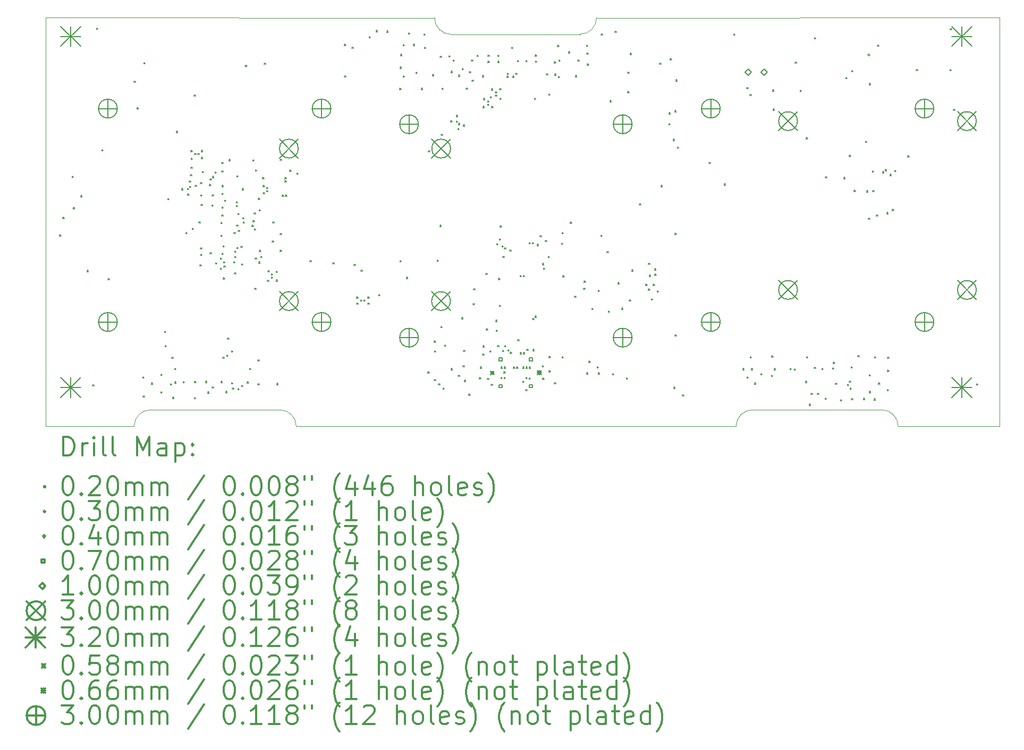
<source format=gbr>
%FSLAX45Y45*%
G04 Gerber Fmt 4.5, Leading zero omitted, Abs format (unit mm)*
G04 Created by KiCad (PCBNEW (5.1.9)-1) date 2021-07-05 20:40:26*
%MOMM*%
%LPD*%
G01*
G04 APERTURE LIST*
%TA.AperFunction,Profile*%
%ADD10C,0.050000*%
%TD*%
%ADD11C,0.200000*%
%ADD12C,0.300000*%
G04 APERTURE END LIST*
D10*
X26545830Y-10579890D02*
X20124122Y-10580350D01*
X20124122Y-10580350D02*
G75*
G02*
X19861962Y-10842510I-262160J0D01*
G01*
X17804562Y-10842510D02*
G75*
G02*
X17542402Y-10580350I0J262160D01*
G01*
X19861962Y-10842510D02*
X17804562Y-10842510D01*
X22347830Y-17095310D02*
G75*
G02*
X22609990Y-16833150I262160J0D01*
G01*
X24667390Y-16833150D02*
G75*
G02*
X24929550Y-17095310I0J-262160D01*
G01*
X26545578Y-17095310D02*
X24929550Y-17095310D01*
X22609990Y-16833150D02*
X24667390Y-16833150D01*
X12756790Y-17095310D02*
X11345762Y-17095310D01*
X11345762Y-17095310D02*
X11345762Y-15833150D01*
X12756790Y-17095310D02*
G75*
G02*
X13018950Y-16833150I262160J0D01*
G01*
X15076350Y-16833150D02*
G75*
G02*
X15338510Y-17095310I0J-262160D01*
G01*
X11345510Y-10579890D02*
X11345762Y-15833150D01*
X26545830Y-10579890D02*
X26545578Y-17095310D01*
X15338510Y-17095310D02*
X22347830Y-17095310D01*
X13018950Y-16833150D02*
X15076350Y-16833150D01*
X17542402Y-10580350D02*
X11345510Y-10579890D01*
D11*
X11571310Y-14042070D02*
X11591310Y-14062070D01*
X11591310Y-14042070D02*
X11571310Y-14062070D01*
X11622110Y-13762670D02*
X11642110Y-13782670D01*
X11642110Y-13762670D02*
X11622110Y-13782670D01*
X11770700Y-13103540D02*
X11790700Y-13123540D01*
X11790700Y-13103540D02*
X11770700Y-13123540D01*
X11904889Y-13415529D02*
X11924889Y-13435529D01*
X11924889Y-13415529D02*
X11904889Y-13435529D01*
X12006920Y-14609760D02*
X12026920Y-14629760D01*
X12026920Y-14609760D02*
X12006920Y-14629760D01*
X12094550Y-16434750D02*
X12114550Y-16454750D01*
X12114550Y-16434750D02*
X12094550Y-16454750D01*
X12158050Y-10745150D02*
X12178050Y-10765150D01*
X12178050Y-10745150D02*
X12158050Y-10765150D01*
X12245680Y-12684440D02*
X12265680Y-12704440D01*
X12265680Y-12684440D02*
X12245680Y-12704440D01*
X12342200Y-14739300D02*
X12362200Y-14759300D01*
X12362200Y-14739300D02*
X12342200Y-14759300D01*
X12754950Y-11589700D02*
X12774950Y-11609700D01*
X12774950Y-11589700D02*
X12754950Y-11609700D01*
X12895232Y-16304928D02*
X12915232Y-16324928D01*
X12915232Y-16304928D02*
X12895232Y-16324928D01*
X12898788Y-16610744D02*
X12918788Y-16630744D01*
X12918788Y-16610744D02*
X12898788Y-16630744D01*
X12914355Y-11295715D02*
X12934355Y-11315715D01*
X12934355Y-11295715D02*
X12914355Y-11315715D01*
X13032078Y-16402270D02*
X13052078Y-16422270D01*
X13052078Y-16402270D02*
X13032078Y-16422270D01*
X13185072Y-16263500D02*
X13205072Y-16283500D01*
X13205072Y-16263500D02*
X13185072Y-16283500D01*
X13185072Y-16544932D02*
X13205072Y-16564932D01*
X13205072Y-16544932D02*
X13185072Y-16564932D01*
X13245244Y-15578488D02*
X13265244Y-15598488D01*
X13265244Y-15578488D02*
X13245244Y-15598488D01*
X13248800Y-15804548D02*
X13268800Y-15824548D01*
X13268800Y-15804548D02*
X13248800Y-15824548D01*
X13294700Y-13462950D02*
X13314700Y-13482950D01*
X13314700Y-13462950D02*
X13294700Y-13482950D01*
X13337672Y-16415700D02*
X13357672Y-16435700D01*
X13357672Y-16415700D02*
X13337672Y-16435700D01*
X13357330Y-15994751D02*
X13377330Y-16014751D01*
X13377330Y-15994751D02*
X13357330Y-16014751D01*
X13368688Y-16631572D02*
X13388688Y-16651572D01*
X13388688Y-16631572D02*
X13368688Y-16651572D01*
X13405892Y-16170696D02*
X13425892Y-16190696D01*
X13425892Y-16170696D02*
X13405892Y-16190696D01*
X13405892Y-16386596D02*
X13425892Y-16406596D01*
X13425892Y-16386596D02*
X13405892Y-16406596D01*
X13429320Y-12389800D02*
X13449320Y-12409800D01*
X13449320Y-12389800D02*
X13429320Y-12409800D01*
X13515680Y-13304200D02*
X13535680Y-13324200D01*
X13535680Y-13304200D02*
X13515680Y-13324200D01*
X13537483Y-16380759D02*
X13557483Y-16400759D01*
X13557483Y-16380759D02*
X13537483Y-16400759D01*
X13580450Y-14002700D02*
X13600450Y-14022700D01*
X13600450Y-14002700D02*
X13580450Y-14022700D01*
X13604682Y-13301558D02*
X13624682Y-13321558D01*
X13624682Y-13301558D02*
X13604682Y-13321558D01*
X13612200Y-13390560D02*
X13632200Y-13410560D01*
X13632200Y-13390560D02*
X13612200Y-13410560D01*
X13637600Y-13182280D02*
X13657600Y-13202280D01*
X13657600Y-13182280D02*
X13637600Y-13202280D01*
X13640038Y-13266202D02*
X13660038Y-13286202D01*
X13660038Y-13266202D02*
X13640038Y-13286202D01*
X13652840Y-13080680D02*
X13672840Y-13100680D01*
X13672840Y-13080680D02*
X13652840Y-13100680D01*
X13663000Y-12694600D02*
X13683000Y-12714600D01*
X13683000Y-12694600D02*
X13663000Y-12714600D01*
X13663000Y-12963840D02*
X13683000Y-12983840D01*
X13683000Y-12963840D02*
X13663000Y-12983840D01*
X13668080Y-12816520D02*
X13688080Y-12836520D01*
X13688080Y-12816520D02*
X13668080Y-12836520D01*
X13682050Y-13932850D02*
X13702050Y-13952850D01*
X13702050Y-13932850D02*
X13682050Y-13952850D01*
X13713800Y-11811950D02*
X13733800Y-11831950D01*
X13733800Y-11811950D02*
X13713800Y-11831950D01*
X13717684Y-16637160D02*
X13737684Y-16657160D01*
X13737684Y-16637160D02*
X13717684Y-16657160D01*
X13721640Y-12741816D02*
X13741640Y-12761816D01*
X13741640Y-12741816D02*
X13721640Y-12761816D01*
X13722447Y-16378905D02*
X13742447Y-16398905D01*
X13742447Y-16378905D02*
X13722447Y-16398905D01*
X13729040Y-13248320D02*
X13749040Y-13268320D01*
X13749040Y-13248320D02*
X13729040Y-13268320D01*
X13771640Y-12741816D02*
X13791640Y-12761816D01*
X13791640Y-12741816D02*
X13771640Y-12761816D01*
X13790000Y-13831250D02*
X13810000Y-13851250D01*
X13810000Y-13831250D02*
X13790000Y-13851250D01*
X13806076Y-14522356D02*
X13826076Y-14542356D01*
X13826076Y-14522356D02*
X13806076Y-14542356D01*
X13813188Y-13207652D02*
X13833188Y-13227652D01*
X13833188Y-13207652D02*
X13813188Y-13227652D01*
X13815400Y-14250350D02*
X13835400Y-14270350D01*
X13835400Y-14250350D02*
X13815400Y-14270350D01*
X13816744Y-13402724D02*
X13836744Y-13422724D01*
X13836744Y-13402724D02*
X13816744Y-13422724D01*
X13817760Y-14352684D02*
X13837760Y-14372684D01*
X13837760Y-14352684D02*
X13817760Y-14372684D01*
X13822332Y-13552584D02*
X13842332Y-13572584D01*
X13842332Y-13552584D02*
X13822332Y-13572584D01*
X13825560Y-12694600D02*
X13845560Y-12714600D01*
X13845560Y-12694600D02*
X13825560Y-12714600D01*
X13825560Y-12806360D02*
X13845560Y-12826360D01*
X13845560Y-12806360D02*
X13825560Y-12826360D01*
X13845880Y-13029880D02*
X13865880Y-13049880D01*
X13865880Y-13029880D02*
X13845880Y-13049880D01*
X13892037Y-16379495D02*
X13912037Y-16399495D01*
X13912037Y-16379495D02*
X13892037Y-16399495D01*
X13926472Y-16547752D02*
X13946472Y-16567752D01*
X13946472Y-16547752D02*
X13926472Y-16567752D01*
X13956952Y-13237624D02*
X13976952Y-13257624D01*
X13976952Y-13237624D02*
X13956952Y-13257624D01*
X13967214Y-13146082D02*
X13987214Y-13166082D01*
X13987214Y-13146082D02*
X13967214Y-13166082D01*
X13967800Y-14326550D02*
X13987800Y-14346550D01*
X13987800Y-14326550D02*
X13967800Y-14346550D01*
X13996068Y-13564776D02*
X14016068Y-13584776D01*
X14016068Y-13564776D02*
X13996068Y-13584776D01*
X13999550Y-16466500D02*
X14019550Y-16486500D01*
X14019550Y-16466500D02*
X13999550Y-16486500D01*
X14000132Y-13403740D02*
X14020132Y-13423740D01*
X14020132Y-13403740D02*
X14000132Y-13423740D01*
X14002570Y-13110726D02*
X14022570Y-13130726D01*
X14022570Y-13110726D02*
X14002570Y-13130726D01*
X14047376Y-13036964D02*
X14067376Y-13056964D01*
X14067376Y-13036964D02*
X14047376Y-13056964D01*
X14057536Y-14484256D02*
X14077536Y-14504256D01*
X14077536Y-14484256D02*
X14057536Y-14504256D01*
X14132900Y-14409100D02*
X14152900Y-14429100D01*
X14152900Y-14409100D02*
X14132900Y-14429100D01*
X14132900Y-14567850D02*
X14152900Y-14587850D01*
X14152900Y-14567850D02*
X14132900Y-14587850D01*
X14139250Y-13843950D02*
X14159250Y-13863950D01*
X14159250Y-13843950D02*
X14139250Y-13863950D01*
X14139250Y-14047150D02*
X14159250Y-14067150D01*
X14159250Y-14047150D02*
X14139250Y-14067150D01*
X14140505Y-16377737D02*
X14160505Y-16397737D01*
X14160505Y-16377737D02*
X14140505Y-16397737D01*
X14151950Y-12885100D02*
X14171950Y-12905100D01*
X14171950Y-12885100D02*
X14151950Y-12905100D01*
X14151950Y-13018450D02*
X14171950Y-13038450D01*
X14171950Y-13018450D02*
X14151950Y-13038450D01*
X14151950Y-13723300D02*
X14171950Y-13743300D01*
X14171950Y-13723300D02*
X14151950Y-13743300D01*
X14158293Y-14332611D02*
X14178293Y-14352611D01*
X14178293Y-14332611D02*
X14158293Y-14352611D01*
X14158300Y-13253400D02*
X14178300Y-13273400D01*
X14178300Y-13253400D02*
X14158300Y-13273400D01*
X14158300Y-13374050D02*
X14178300Y-13394050D01*
X14178300Y-13374050D02*
X14158300Y-13394050D01*
X14158300Y-13596300D02*
X14178300Y-13616300D01*
X14178300Y-13596300D02*
X14158300Y-13616300D01*
X14171000Y-15994751D02*
X14191000Y-16014751D01*
X14191000Y-15994751D02*
X14171000Y-16014751D01*
X14176185Y-14216801D02*
X14196185Y-14236801D01*
X14196185Y-14216801D02*
X14176185Y-14236801D01*
X14176916Y-14728096D02*
X14196916Y-14748096D01*
X14196916Y-14728096D02*
X14176916Y-14748096D01*
X14180168Y-14466893D02*
X14200168Y-14486893D01*
X14200168Y-14466893D02*
X14180168Y-14486893D01*
X14185552Y-14535564D02*
X14205552Y-14555564D01*
X14205552Y-14535564D02*
X14185552Y-14555564D01*
X14198310Y-13485470D02*
X14218310Y-13505470D01*
X14218310Y-13485470D02*
X14198310Y-13505470D01*
X14217048Y-16540132D02*
X14237048Y-16560132D01*
X14237048Y-16540132D02*
X14217048Y-16560132D01*
X14234500Y-15958500D02*
X14254500Y-15978500D01*
X14254500Y-15958500D02*
X14234500Y-15978500D01*
X14247200Y-15685450D02*
X14267200Y-15705450D01*
X14267200Y-15685450D02*
X14247200Y-15705450D01*
X14268864Y-12839352D02*
X14288864Y-12859352D01*
X14288864Y-12839352D02*
X14268864Y-12859352D01*
X14310700Y-15888650D02*
X14330700Y-15908650D01*
X14330700Y-15888650D02*
X14310700Y-15908650D01*
X14310700Y-16396650D02*
X14330700Y-16416650D01*
X14330700Y-16396650D02*
X14310700Y-16416650D01*
X14323400Y-16485550D02*
X14343400Y-16505550D01*
X14343400Y-16485550D02*
X14323400Y-16505550D01*
X14341040Y-14467024D02*
X14361040Y-14487024D01*
X14361040Y-14467024D02*
X14341040Y-14487024D01*
X14348800Y-14002700D02*
X14368800Y-14022700D01*
X14368800Y-14002700D02*
X14348800Y-14022700D01*
X14355150Y-14644050D02*
X14375150Y-14664050D01*
X14375150Y-14644050D02*
X14355150Y-14664050D01*
X14360022Y-14300257D02*
X14380022Y-14320257D01*
X14380022Y-14300257D02*
X14360022Y-14320257D01*
X14360022Y-14383446D02*
X14380022Y-14403446D01*
X14380022Y-14383446D02*
X14360022Y-14403446D01*
X14383322Y-13573615D02*
X14403322Y-13593615D01*
X14403322Y-13573615D02*
X14383322Y-13593615D01*
X14384375Y-13511225D02*
X14404375Y-13531225D01*
X14404375Y-13511225D02*
X14384375Y-13531225D01*
X14389440Y-13883320D02*
X14409440Y-13903320D01*
X14409440Y-13883320D02*
X14389440Y-13903320D01*
X14393250Y-13094650D02*
X14413250Y-13114650D01*
X14413250Y-13094650D02*
X14393250Y-13114650D01*
X14393250Y-14237650D02*
X14413250Y-14257650D01*
X14413250Y-14237650D02*
X14393250Y-14257650D01*
X14412300Y-16491900D02*
X14432300Y-16511900D01*
X14432300Y-16491900D02*
X14412300Y-16511900D01*
X14412899Y-13696190D02*
X14432899Y-13716190D01*
X14432899Y-13696190D02*
X14412899Y-13716190D01*
X14414840Y-13969680D02*
X14434840Y-13989680D01*
X14434840Y-13969680D02*
X14414840Y-13989680D01*
X14456750Y-14224950D02*
X14476750Y-14244950D01*
X14476750Y-14224950D02*
X14456750Y-14244950D01*
X14469450Y-16441100D02*
X14489450Y-16461100D01*
X14489450Y-16441100D02*
X14469450Y-16461100D01*
X14471048Y-14501528D02*
X14491048Y-14521528D01*
X14491048Y-14501528D02*
X14471048Y-14521528D01*
X14476399Y-13304200D02*
X14496399Y-13324200D01*
X14496399Y-13304200D02*
X14476399Y-13324200D01*
X14488500Y-13767750D02*
X14508500Y-13787750D01*
X14508500Y-13767750D02*
X14488500Y-13787750D01*
X14492981Y-13833319D02*
X14512981Y-13853319D01*
X14512981Y-13833319D02*
X14492981Y-13853319D01*
X14560456Y-16387732D02*
X14580456Y-16407732D01*
X14580456Y-16387732D02*
X14560456Y-16407732D01*
X14597720Y-16169320D02*
X14617720Y-16189320D01*
X14617720Y-16169320D02*
X14597720Y-16189320D01*
X14636648Y-13890112D02*
X14656648Y-13910112D01*
X14656648Y-13890112D02*
X14636648Y-13910112D01*
X14647250Y-12840650D02*
X14667250Y-12860650D01*
X14667250Y-12840650D02*
X14647250Y-12860650D01*
X14653600Y-13812200D02*
X14673600Y-13832200D01*
X14673600Y-13812200D02*
X14653600Y-13832200D01*
X14668453Y-13690899D02*
X14688453Y-13710899D01*
X14688453Y-13690899D02*
X14668453Y-13710899D01*
X14672650Y-13945550D02*
X14692650Y-13965550D01*
X14692650Y-13945550D02*
X14672650Y-13965550D01*
X14679000Y-14891700D02*
X14699000Y-14911700D01*
X14699000Y-14891700D02*
X14679000Y-14911700D01*
X14685350Y-14407613D02*
X14705350Y-14427613D01*
X14705350Y-14407613D02*
X14685350Y-14427613D01*
X14691700Y-13005750D02*
X14711700Y-13025750D01*
X14711700Y-13005750D02*
X14691700Y-13025750D01*
X14727560Y-16415700D02*
X14747560Y-16435700D01*
X14747560Y-16415700D02*
X14727560Y-16435700D01*
X14728530Y-16034700D02*
X14748530Y-16054700D01*
X14748530Y-16034700D02*
X14728530Y-16054700D01*
X14736150Y-13456600D02*
X14756150Y-13476600D01*
X14756150Y-13456600D02*
X14736150Y-13476600D01*
X14742500Y-14472600D02*
X14762500Y-14492600D01*
X14762500Y-14472600D02*
X14742500Y-14492600D01*
X14748850Y-13640750D02*
X14768850Y-13660750D01*
X14768850Y-13640750D02*
X14748850Y-13660750D01*
X14755200Y-14287613D02*
X14775200Y-14307613D01*
X14775200Y-14287613D02*
X14755200Y-14307613D01*
X14774250Y-14383700D02*
X14794250Y-14403700D01*
X14794250Y-14383700D02*
X14774250Y-14403700D01*
X14806000Y-13126400D02*
X14826000Y-13146400D01*
X14826000Y-13126400D02*
X14806000Y-13146400D01*
X14812350Y-13253400D02*
X14832350Y-13273400D01*
X14832350Y-13253400D02*
X14812350Y-13273400D01*
X14812350Y-13367700D02*
X14832350Y-13387700D01*
X14832350Y-13367700D02*
X14812350Y-13387700D01*
X14831400Y-11302680D02*
X14851400Y-11322680D01*
X14851400Y-11302680D02*
X14831400Y-11322680D01*
X14869500Y-13284112D02*
X14889500Y-13304112D01*
X14889500Y-13284112D02*
X14869500Y-13304112D01*
X14869500Y-13336112D02*
X14889500Y-13356112D01*
X14889500Y-13336112D02*
X14869500Y-13356112D01*
X14882200Y-14764700D02*
X14902200Y-14784700D01*
X14902200Y-14764700D02*
X14882200Y-14784700D01*
X14888550Y-14612300D02*
X14908550Y-14632300D01*
X14908550Y-14612300D02*
X14888550Y-14632300D01*
X14945700Y-14663500D02*
X14965700Y-14683500D01*
X14965700Y-14663500D02*
X14945700Y-14683500D01*
X14945700Y-14713500D02*
X14965700Y-14733500D01*
X14965700Y-14713500D02*
X14945700Y-14733500D01*
X14958400Y-14136050D02*
X14978400Y-14156050D01*
X14978400Y-14136050D02*
X14958400Y-14156050D01*
X14964750Y-13831250D02*
X14984750Y-13851250D01*
X14984750Y-13831250D02*
X14964750Y-13851250D01*
X15019360Y-14619920D02*
X15039360Y-14639920D01*
X15039360Y-14619920D02*
X15019360Y-14639920D01*
X15019360Y-14762160D02*
X15039360Y-14782160D01*
X15039360Y-14762160D02*
X15019360Y-14782160D01*
X15029848Y-16411100D02*
X15049848Y-16431100D01*
X15049848Y-16411100D02*
X15029848Y-16431100D01*
X15085400Y-12834300D02*
X15105400Y-12854300D01*
X15105400Y-12834300D02*
X15085400Y-12854300D01*
X15085400Y-14021151D02*
X15105400Y-14041151D01*
X15105400Y-14021151D02*
X15085400Y-14041151D01*
X15085400Y-14287613D02*
X15105400Y-14307613D01*
X15105400Y-14287613D02*
X15085400Y-14307613D01*
X15116550Y-13405800D02*
X15136550Y-13425800D01*
X15136550Y-13405800D02*
X15116550Y-13425800D01*
X15161600Y-13125800D02*
X15181600Y-13145800D01*
X15181600Y-13125800D02*
X15161600Y-13145800D01*
X15161600Y-13177800D02*
X15181600Y-13197800D01*
X15181600Y-13177800D02*
X15161600Y-13197800D01*
X15168550Y-13405800D02*
X15188550Y-13425800D01*
X15188550Y-13405800D02*
X15168550Y-13425800D01*
X15237800Y-13009560D02*
X15257800Y-13029560D01*
X15257800Y-13009560D02*
X15237800Y-13029560D01*
X15352100Y-13056550D02*
X15372100Y-13076550D01*
X15372100Y-13056550D02*
X15352100Y-13076550D01*
X15557660Y-14450220D02*
X15577660Y-14470220D01*
X15577660Y-14450220D02*
X15557660Y-14470220D01*
X15921896Y-14488320D02*
X15941896Y-14508320D01*
X15941896Y-14488320D02*
X15921896Y-14508320D01*
X16107750Y-11001150D02*
X16127750Y-11021150D01*
X16127750Y-11001150D02*
X16107750Y-11021150D01*
X16107750Y-11505150D02*
X16127750Y-11525150D01*
X16127750Y-11505150D02*
X16107750Y-11525150D01*
X16228400Y-11049950D02*
X16248400Y-11069950D01*
X16248400Y-11049950D02*
X16228400Y-11069950D01*
X16262256Y-14508640D02*
X16282256Y-14528640D01*
X16282256Y-14508640D02*
X16262256Y-14528640D01*
X16304600Y-15031400D02*
X16324600Y-15051400D01*
X16324600Y-15031400D02*
X16304600Y-15051400D01*
X16304600Y-15127920D02*
X16324600Y-15147920D01*
X16324600Y-15127920D02*
X16304600Y-15147920D01*
X16368500Y-15075850D02*
X16388500Y-15095850D01*
X16388500Y-15075850D02*
X16368500Y-15095850D01*
X16371476Y-14606176D02*
X16391476Y-14626176D01*
X16391476Y-14606176D02*
X16371476Y-14626176D01*
X16418500Y-15075850D02*
X16438500Y-15095850D01*
X16438500Y-15075850D02*
X16418500Y-15095850D01*
X16482400Y-15031400D02*
X16502400Y-15051400D01*
X16502400Y-15031400D02*
X16482400Y-15051400D01*
X16482400Y-15127920D02*
X16502400Y-15147920D01*
X16502400Y-15127920D02*
X16482400Y-15147920D01*
X16501450Y-10878500D02*
X16521450Y-10898500D01*
X16521450Y-10878500D02*
X16501450Y-10898500D01*
X16612268Y-10780936D02*
X16632268Y-10800936D01*
X16632268Y-10780936D02*
X16612268Y-10800936D01*
X16652908Y-14991748D02*
X16672908Y-15011748D01*
X16672908Y-14991748D02*
X16652908Y-15011748D01*
X16781940Y-10790588D02*
X16801940Y-10810588D01*
X16801940Y-10790588D02*
X16781940Y-10810588D01*
X16988696Y-11704480D02*
X17008696Y-11724480D01*
X17008696Y-11704480D02*
X16988696Y-11724480D01*
X16992252Y-14450220D02*
X17012252Y-14470220D01*
X17012252Y-14450220D02*
X16992252Y-14470220D01*
X16993776Y-11366152D02*
X17013776Y-11386152D01*
X17013776Y-11366152D02*
X16993776Y-11386152D01*
X16999872Y-11161428D02*
X17019872Y-11181428D01*
X17019872Y-11161428D02*
X16999872Y-11181428D01*
X17041528Y-11503312D02*
X17061528Y-11523312D01*
X17061528Y-11503312D02*
X17041528Y-11523312D01*
X17045084Y-11003440D02*
X17065084Y-11023440D01*
X17065084Y-11003440D02*
X17045084Y-11023440D01*
X17092836Y-14717936D02*
X17112836Y-14737936D01*
X17112836Y-14717936D02*
X17092836Y-14737936D01*
X17126872Y-10818020D02*
X17146872Y-10838020D01*
X17146872Y-10818020D02*
X17126872Y-10838020D01*
X17206628Y-11000900D02*
X17226628Y-11020900D01*
X17226628Y-11000900D02*
X17206628Y-11020900D01*
X17245236Y-11446416D02*
X17265236Y-11466416D01*
X17265236Y-11446416D02*
X17245236Y-11466416D01*
X17333120Y-11703972D02*
X17353120Y-11723972D01*
X17353120Y-11703972D02*
X17333120Y-11723972D01*
X17374268Y-10839356D02*
X17394268Y-10859356D01*
X17394268Y-10839356D02*
X17374268Y-10859356D01*
X17384428Y-11047636D02*
X17404428Y-11067636D01*
X17404428Y-11047636D02*
X17384428Y-11067636D01*
X17437440Y-16225200D02*
X17457440Y-16245200D01*
X17457440Y-16225200D02*
X17437440Y-16245200D01*
X17447600Y-12700950D02*
X17467600Y-12720950D01*
X17467600Y-12700950D02*
X17447600Y-12720950D01*
X17509396Y-11485024D02*
X17529396Y-11505024D01*
X17529396Y-11485024D02*
X17509396Y-11505024D01*
X17538352Y-15735460D02*
X17558352Y-15755460D01*
X17558352Y-15735460D02*
X17538352Y-15755460D01*
X17538352Y-16346076D02*
X17558352Y-16366076D01*
X17558352Y-16346076D02*
X17538352Y-16366076D01*
X17543940Y-15893448D02*
X17563940Y-15913448D01*
X17563940Y-15893448D02*
X17543940Y-15913448D01*
X17584072Y-14444632D02*
X17604072Y-14464632D01*
X17604072Y-14444632D02*
X17584072Y-14464632D01*
X17608456Y-16416180D02*
X17628456Y-16436180D01*
X17628456Y-16416180D02*
X17608456Y-16436180D01*
X17630112Y-13890112D02*
X17650112Y-13910112D01*
X17650112Y-13890112D02*
X17630112Y-13910112D01*
X17631316Y-11192924D02*
X17651316Y-11212924D01*
X17651316Y-11192924D02*
X17631316Y-11212924D01*
X17644524Y-15501272D02*
X17664524Y-15521272D01*
X17664524Y-15501272D02*
X17644524Y-15521272D01*
X17650800Y-12434250D02*
X17670800Y-12454250D01*
X17670800Y-12434250D02*
X17650800Y-12454250D01*
X17660272Y-11699400D02*
X17680272Y-11719400D01*
X17680272Y-11699400D02*
X17660272Y-11719400D01*
X17678560Y-16483744D02*
X17698560Y-16503744D01*
X17698560Y-16483744D02*
X17678560Y-16503744D01*
X17704468Y-15797944D02*
X17724468Y-15817944D01*
X17724468Y-15797944D02*
X17704468Y-15817944D01*
X17771524Y-11186320D02*
X17791524Y-11206320D01*
X17791524Y-11186320D02*
X17771524Y-11206320D01*
X17802512Y-12222132D02*
X17822512Y-12242132D01*
X17822512Y-12222132D02*
X17802512Y-12242132D01*
X17805052Y-11434224D02*
X17825052Y-11454224D01*
X17825052Y-11434224D02*
X17805052Y-11454224D01*
X17805052Y-16176404D02*
X17825052Y-16196404D01*
X17825052Y-16176404D02*
X17805052Y-16196404D01*
X17840838Y-11253150D02*
X17860838Y-11273150D01*
X17860838Y-11253150D02*
X17840838Y-11273150D01*
X17890498Y-12227314D02*
X17910498Y-12247314D01*
X17910498Y-12227314D02*
X17890498Y-12247314D01*
X17891920Y-12136280D02*
X17911920Y-12156280D01*
X17911920Y-12136280D02*
X17891920Y-12156280D01*
X17916304Y-12343544D02*
X17936304Y-12363544D01*
X17936304Y-12343544D02*
X17916304Y-12363544D01*
X17920876Y-16281560D02*
X17940876Y-16301560D01*
X17940876Y-16281560D02*
X17920876Y-16301560D01*
X17923416Y-11492136D02*
X17943416Y-11512136D01*
X17943416Y-11492136D02*
X17923416Y-11512136D01*
X17925854Y-12262670D02*
X17945854Y-12282670D01*
X17945854Y-12262670D02*
X17925854Y-12282670D01*
X17974650Y-15361600D02*
X17994650Y-15381600D01*
X17994650Y-15361600D02*
X17974650Y-15381600D01*
X17983032Y-11385784D02*
X18003032Y-11405784D01*
X18003032Y-11385784D02*
X17983032Y-11405784D01*
X17996568Y-16128144D02*
X18016568Y-16148144D01*
X18016568Y-16128144D02*
X17996568Y-16148144D01*
X18002664Y-12288680D02*
X18022664Y-12308680D01*
X18022664Y-12288680D02*
X18002664Y-12308680D01*
X18004696Y-15885320D02*
X18024696Y-15905320D01*
X18024696Y-15885320D02*
X18004696Y-15905320D01*
X18015364Y-16362332D02*
X18035364Y-16382332D01*
X18035364Y-16362332D02*
X18015364Y-16382332D01*
X18047876Y-11698384D02*
X18067876Y-11718384D01*
X18067876Y-11698384D02*
X18047876Y-11718384D01*
X18088315Y-16580165D02*
X18108315Y-16600165D01*
X18108315Y-16580165D02*
X18088315Y-16600165D01*
X18097152Y-11438796D02*
X18117152Y-11458796D01*
X18117152Y-11438796D02*
X18097152Y-11458796D01*
X18132430Y-11253150D02*
X18152430Y-11273150D01*
X18152430Y-11253150D02*
X18132430Y-11273150D01*
X18139750Y-11570650D02*
X18159750Y-11590650D01*
X18159750Y-11570650D02*
X18139750Y-11590650D01*
X18157604Y-15136528D02*
X18177604Y-15156528D01*
X18177604Y-15136528D02*
X18157604Y-15156528D01*
X18164716Y-14900308D02*
X18184716Y-14920308D01*
X18184716Y-14900308D02*
X18164716Y-14920308D01*
X18218564Y-11173112D02*
X18238564Y-11193112D01*
X18238564Y-11173112D02*
X18218564Y-11193112D01*
X18259712Y-16317628D02*
X18279712Y-16337628D01*
X18279712Y-16317628D02*
X18259712Y-16337628D01*
X18269872Y-16151004D02*
X18289872Y-16171004D01*
X18289872Y-16151004D02*
X18269872Y-16171004D01*
X18304850Y-11500800D02*
X18324850Y-11520800D01*
X18324850Y-11500800D02*
X18304850Y-11520800D01*
X18308988Y-15944756D02*
X18328988Y-15964756D01*
X18328988Y-15944756D02*
X18308988Y-15964756D01*
X18315592Y-15811152D02*
X18335592Y-15831152D01*
X18335592Y-15811152D02*
X18315592Y-15831152D01*
X18316280Y-11993560D02*
X18336280Y-12013560D01*
X18336280Y-11993560D02*
X18316280Y-12013560D01*
X18321360Y-11866560D02*
X18341360Y-11886560D01*
X18341360Y-11866560D02*
X18321360Y-11886560D01*
X18362000Y-14656750D02*
X18382000Y-14676750D01*
X18382000Y-14656750D02*
X18362000Y-14676750D01*
X18368350Y-15539400D02*
X18388350Y-15559400D01*
X18388350Y-15539400D02*
X18368350Y-15559400D01*
X18385188Y-16333376D02*
X18405188Y-16353376D01*
X18405188Y-16333376D02*
X18385188Y-16353376D01*
X18390776Y-11901984D02*
X18410776Y-11921984D01*
X18410776Y-11901984D02*
X18390776Y-11921984D01*
X18390776Y-11951984D02*
X18410776Y-11971984D01*
X18410776Y-11951984D02*
X18390776Y-11971984D01*
X18393897Y-11273115D02*
X18413897Y-11293115D01*
X18413897Y-11273115D02*
X18393897Y-11293115D01*
X18394332Y-11174128D02*
X18414332Y-11194128D01*
X18414332Y-11174128D02*
X18394332Y-11194128D01*
X18426844Y-15889384D02*
X18446844Y-15909384D01*
X18446844Y-15889384D02*
X18426844Y-15909384D01*
X18434464Y-11835036D02*
X18454464Y-11855036D01*
X18454464Y-11835036D02*
X18434464Y-11855036D01*
X18446656Y-16423800D02*
X18466656Y-16443800D01*
X18466656Y-16423800D02*
X18446656Y-16443800D01*
X18448360Y-11714160D02*
X18468360Y-11734160D01*
X18468360Y-11714160D02*
X18448360Y-11734160D01*
X18453440Y-11993560D02*
X18473440Y-12013560D01*
X18473440Y-11993560D02*
X18453440Y-12013560D01*
X18514400Y-11760280D02*
X18534400Y-11780280D01*
X18534400Y-11760280D02*
X18514400Y-11780280D01*
X18514400Y-11810280D02*
X18534400Y-11830280D01*
X18534400Y-11810280D02*
X18514400Y-11830280D01*
X18516760Y-15405768D02*
X18536760Y-15425768D01*
X18536760Y-15405768D02*
X18516760Y-15425768D01*
X18524888Y-15559692D02*
X18544888Y-15579692D01*
X18544888Y-15559692D02*
X18524888Y-15579692D01*
X18532000Y-14178440D02*
X18552000Y-14198440D01*
X18552000Y-14178440D02*
X18532000Y-14198440D01*
X18547748Y-15807596D02*
X18567748Y-15827596D01*
X18567748Y-15807596D02*
X18547748Y-15827596D01*
X18552500Y-11176950D02*
X18572500Y-11196950D01*
X18572500Y-11176950D02*
X18552500Y-11196950D01*
X18553852Y-11273180D02*
X18573852Y-11293180D01*
X18573852Y-11273180D02*
X18553852Y-11293180D01*
X18562988Y-14736732D02*
X18582988Y-14756732D01*
X18582988Y-14736732D02*
X18562988Y-14756732D01*
X18575688Y-15163452D02*
X18595688Y-15183452D01*
X18595688Y-15163452D02*
X18575688Y-15183452D01*
X18577212Y-14103764D02*
X18597212Y-14123764D01*
X18597212Y-14103764D02*
X18577212Y-14123764D01*
X18580440Y-11709080D02*
X18600440Y-11729080D01*
X18600440Y-11709080D02*
X18580440Y-11729080D01*
X18586864Y-11862976D02*
X18606864Y-11882976D01*
X18606864Y-11862976D02*
X18586864Y-11882976D01*
X18590600Y-13898560D02*
X18610600Y-13918560D01*
X18610600Y-13898560D02*
X18590600Y-13918560D01*
X18600550Y-16148550D02*
X18620550Y-16168550D01*
X18620550Y-16148550D02*
X18600550Y-16168550D01*
X18600550Y-16314550D02*
X18620550Y-16334550D01*
X18620550Y-16314550D02*
X18600550Y-16334550D01*
X18621565Y-14214665D02*
X18641565Y-14234665D01*
X18641565Y-14214665D02*
X18621565Y-14234665D01*
X18626160Y-15884840D02*
X18646160Y-15904840D01*
X18646160Y-15884840D02*
X18626160Y-15904840D01*
X18630298Y-14386081D02*
X18650298Y-14406081D01*
X18650298Y-14386081D02*
X18630298Y-14406081D01*
X18647750Y-16225200D02*
X18667750Y-16245200D01*
X18667750Y-16225200D02*
X18647750Y-16245200D01*
X18650550Y-16148550D02*
X18670550Y-16168550D01*
X18670550Y-16148550D02*
X18650550Y-16168550D01*
X18650550Y-16314550D02*
X18670550Y-16334550D01*
X18670550Y-16314550D02*
X18650550Y-16334550D01*
X18658335Y-14251435D02*
X18678335Y-14271435D01*
X18678335Y-14251435D02*
X18658335Y-14271435D01*
X18661032Y-15804040D02*
X18681032Y-15824040D01*
X18681032Y-15804040D02*
X18661032Y-15824040D01*
X18699640Y-11508900D02*
X18719640Y-11528900D01*
X18719640Y-11508900D02*
X18699640Y-11528900D01*
X18703852Y-11463540D02*
X18723852Y-11483540D01*
X18723852Y-11463540D02*
X18703852Y-11483540D01*
X18711915Y-15876615D02*
X18731915Y-15896615D01*
X18731915Y-15876615D02*
X18711915Y-15896615D01*
X18740280Y-14285120D02*
X18760280Y-14305120D01*
X18760280Y-14285120D02*
X18740280Y-14305120D01*
X18748685Y-15913385D02*
X18768685Y-15933385D01*
X18768685Y-15913385D02*
X18748685Y-15933385D01*
X18772792Y-11047636D02*
X18792792Y-11067636D01*
X18792792Y-11047636D02*
X18772792Y-11067636D01*
X18789556Y-11509916D02*
X18809556Y-11529916D01*
X18809556Y-11509916D02*
X18789556Y-11529916D01*
X18800550Y-16148550D02*
X18820550Y-16168550D01*
X18820550Y-16148550D02*
X18800550Y-16168550D01*
X18835530Y-11463942D02*
X18855530Y-11483942D01*
X18855530Y-11463942D02*
X18835530Y-11483942D01*
X18850550Y-16148550D02*
X18870550Y-16168550D01*
X18870550Y-16148550D02*
X18850550Y-16168550D01*
X18863724Y-11257948D02*
X18883724Y-11277948D01*
X18883724Y-11257948D02*
X18863724Y-11277948D01*
X18869365Y-15711485D02*
X18889365Y-15731485D01*
X18889365Y-15711485D02*
X18869365Y-15731485D01*
X18904490Y-14688500D02*
X18924490Y-14708500D01*
X18924490Y-14688500D02*
X18904490Y-14708500D01*
X18907500Y-15920400D02*
X18927500Y-15940400D01*
X18927500Y-15920400D02*
X18907500Y-15940400D01*
X18950550Y-16148550D02*
X18970550Y-16168550D01*
X18970550Y-16148550D02*
X18950550Y-16168550D01*
X18950550Y-16373250D02*
X18970550Y-16393250D01*
X18970550Y-16373250D02*
X18950550Y-16393250D01*
X18956490Y-14688500D02*
X18976490Y-14708500D01*
X18976490Y-14688500D02*
X18956490Y-14708500D01*
X18959500Y-15920400D02*
X18979500Y-15940400D01*
X18979500Y-15920400D02*
X18959500Y-15940400D01*
X18997000Y-16510950D02*
X19017000Y-16530950D01*
X19017000Y-16510950D02*
X18997000Y-16530950D01*
X19000550Y-16148550D02*
X19020550Y-16168550D01*
X19020550Y-16148550D02*
X19000550Y-16168550D01*
X19001392Y-11262520D02*
X19021392Y-11282520D01*
X19021392Y-11262520D02*
X19001392Y-11282520D01*
X19002080Y-16316640D02*
X19022080Y-16336640D01*
X19022080Y-16316640D02*
X19002080Y-16336640D01*
X19012240Y-15864520D02*
X19032240Y-15884520D01*
X19032240Y-15864520D02*
X19012240Y-15884520D01*
X19050500Y-14163200D02*
X19070500Y-14183200D01*
X19070500Y-14163200D02*
X19050500Y-14183200D01*
X19050550Y-16148550D02*
X19070550Y-16168550D01*
X19070550Y-16148550D02*
X19050550Y-16168550D01*
X19052880Y-16321720D02*
X19072880Y-16341720D01*
X19072880Y-16321720D02*
X19052880Y-16341720D01*
X19102500Y-14163200D02*
X19122500Y-14183200D01*
X19122500Y-14163200D02*
X19102500Y-14183200D01*
X19105615Y-15374905D02*
X19125615Y-15394905D01*
X19125615Y-15374905D02*
X19105615Y-15394905D01*
X19108760Y-15869600D02*
X19128760Y-15889600D01*
X19128760Y-15869600D02*
X19108760Y-15889600D01*
X19132964Y-11858912D02*
X19152964Y-11878912D01*
X19152964Y-11858912D02*
X19132964Y-11878912D01*
X19142385Y-15338135D02*
X19162385Y-15358135D01*
X19162385Y-15338135D02*
X19142385Y-15358135D01*
X19149400Y-11170600D02*
X19169400Y-11190600D01*
X19169400Y-11170600D02*
X19149400Y-11190600D01*
X19153852Y-11269064D02*
X19173852Y-11289064D01*
X19173852Y-11269064D02*
X19153852Y-11289064D01*
X19177160Y-14193680D02*
X19197160Y-14213680D01*
X19197160Y-14193680D02*
X19177160Y-14213680D01*
X19222880Y-14051440D02*
X19242880Y-14071440D01*
X19242880Y-14051440D02*
X19222880Y-14071440D01*
X19262250Y-14499750D02*
X19282250Y-14519750D01*
X19282250Y-14499750D02*
X19262250Y-14519750D01*
X19265044Y-16127128D02*
X19285044Y-16147128D01*
X19285044Y-16127128D02*
X19265044Y-16147128D01*
X19266060Y-16327788D02*
X19286060Y-16347788D01*
X19286060Y-16327788D02*
X19266060Y-16347788D01*
X19276728Y-14568584D02*
X19296728Y-14588584D01*
X19296728Y-14568584D02*
X19276728Y-14588584D01*
X19309240Y-14127640D02*
X19329240Y-14147640D01*
X19329240Y-14127640D02*
X19309240Y-14147640D01*
X19326039Y-11470257D02*
X19346039Y-11490257D01*
X19346039Y-11470257D02*
X19326039Y-11490257D01*
X19356207Y-14386443D02*
X19376207Y-14406443D01*
X19376207Y-14386443D02*
X19356207Y-14406443D01*
X19363596Y-11794396D02*
X19383596Y-11814396D01*
X19383596Y-11794396D02*
X19363596Y-11814396D01*
X19368168Y-15980824D02*
X19388168Y-16000824D01*
X19388168Y-15980824D02*
X19368168Y-16000824D01*
X19368168Y-16207392D02*
X19388168Y-16227392D01*
X19388168Y-16207392D02*
X19368168Y-16227392D01*
X19452496Y-16396876D02*
X19472496Y-16416876D01*
X19472496Y-16396876D02*
X19452496Y-16416876D01*
X19453852Y-11282708D02*
X19473852Y-11302708D01*
X19473852Y-11282708D02*
X19453852Y-11302708D01*
X19455112Y-11476312D02*
X19475112Y-11496312D01*
X19475112Y-11476312D02*
X19455112Y-11496312D01*
X19503804Y-11018680D02*
X19523804Y-11038680D01*
X19523804Y-11018680D02*
X19503804Y-11038680D01*
X19517700Y-11513500D02*
X19537700Y-11533500D01*
X19537700Y-11513500D02*
X19517700Y-11533500D01*
X19526890Y-11253150D02*
X19546890Y-11273150D01*
X19546890Y-11253150D02*
X19526890Y-11273150D01*
X19567812Y-14174884D02*
X19587812Y-14194884D01*
X19587812Y-14174884D02*
X19567812Y-14194884D01*
X19573400Y-14005720D02*
X19593400Y-14025720D01*
X19593400Y-14005720D02*
X19573400Y-14025720D01*
X19574924Y-15983872D02*
X19594924Y-16003872D01*
X19594924Y-15983872D02*
X19574924Y-16003872D01*
X19587624Y-14694060D02*
X19607624Y-14714060D01*
X19607624Y-14694060D02*
X19587624Y-14714060D01*
X19674672Y-11121116D02*
X19694672Y-11141116D01*
X19694672Y-11121116D02*
X19674672Y-11141116D01*
X19708200Y-13838399D02*
X19728200Y-13858399D01*
X19728200Y-13838399D02*
X19708200Y-13858399D01*
X19776092Y-15021212D02*
X19796092Y-15041212D01*
X19796092Y-15021212D02*
X19776092Y-15041212D01*
X19787268Y-11502296D02*
X19807268Y-11522296D01*
X19807268Y-11502296D02*
X19787268Y-11522296D01*
X19824070Y-11253150D02*
X19844070Y-11273150D01*
X19844070Y-11253150D02*
X19824070Y-11273150D01*
X19917751Y-14891700D02*
X19937751Y-14911700D01*
X19937751Y-14891700D02*
X19917751Y-14911700D01*
X19927984Y-14776864D02*
X19947984Y-14796864D01*
X19947984Y-14776864D02*
X19927984Y-14796864D01*
X19964560Y-11012076D02*
X19984560Y-11032076D01*
X19984560Y-11012076D02*
X19964560Y-11032076D01*
X19967100Y-16241936D02*
X19987100Y-16261936D01*
X19987100Y-16241936D02*
X19967100Y-16261936D01*
X19969640Y-11142124D02*
X19989640Y-11162124D01*
X19989640Y-11142124D02*
X19969640Y-11162124D01*
X19976752Y-11316368D02*
X19996752Y-11336368D01*
X19996752Y-11316368D02*
X19976752Y-11336368D01*
X20003168Y-16056516D02*
X20023168Y-16076516D01*
X20023168Y-16056516D02*
X20003168Y-16076516D01*
X20049925Y-15216149D02*
X20069925Y-15236149D01*
X20069925Y-15216149D02*
X20049925Y-15236149D01*
X20133650Y-16142650D02*
X20153650Y-16162650D01*
X20153650Y-16142650D02*
X20133650Y-16162650D01*
X20152700Y-14923450D02*
X20172700Y-14943450D01*
X20172700Y-14923450D02*
X20152700Y-14943450D01*
X20153538Y-16242950D02*
X20173538Y-16262950D01*
X20173538Y-16242950D02*
X20153538Y-16262950D01*
X20192652Y-14046360D02*
X20212652Y-14066360D01*
X20212652Y-14046360D02*
X20192652Y-14066360D01*
X20197150Y-10834050D02*
X20217150Y-10854050D01*
X20217150Y-10834050D02*
X20197150Y-10854050D01*
X20292400Y-14307500D02*
X20312400Y-14327500D01*
X20312400Y-14307500D02*
X20292400Y-14327500D01*
X20311450Y-15253650D02*
X20331450Y-15273650D01*
X20331450Y-15253650D02*
X20311450Y-15273650D01*
X20336850Y-11900179D02*
X20356850Y-11920179D01*
X20356850Y-11900179D02*
X20336850Y-11920179D01*
X20379037Y-16254687D02*
X20399037Y-16274687D01*
X20399037Y-16254687D02*
X20379037Y-16274687D01*
X20419400Y-10793847D02*
X20439400Y-10813847D01*
X20439400Y-10793847D02*
X20419400Y-10813847D01*
X20463850Y-14802800D02*
X20483850Y-14822800D01*
X20483850Y-14802800D02*
X20463850Y-14822800D01*
X20523551Y-15208509D02*
X20543551Y-15228509D01*
X20543551Y-15208509D02*
X20523551Y-15228509D01*
X20598102Y-16323288D02*
X20618102Y-16343288D01*
X20618102Y-16323288D02*
X20598102Y-16343288D01*
X20622420Y-11448448D02*
X20642420Y-11468448D01*
X20642420Y-11448448D02*
X20622420Y-11468448D01*
X20622600Y-11754800D02*
X20642600Y-11774800D01*
X20642600Y-11754800D02*
X20622600Y-11774800D01*
X20648000Y-15075850D02*
X20668000Y-15095850D01*
X20668000Y-15075850D02*
X20648000Y-15095850D01*
X20660700Y-11145200D02*
X20680700Y-11165200D01*
X20680700Y-11145200D02*
X20660700Y-11165200D01*
X20685920Y-14600080D02*
X20705920Y-14620080D01*
X20705920Y-14600080D02*
X20685920Y-14620080D01*
X20808861Y-13547505D02*
X20828861Y-13567505D01*
X20828861Y-13547505D02*
X20808861Y-13567505D01*
X20908350Y-14828200D02*
X20928350Y-14848200D01*
X20928350Y-14828200D02*
X20908350Y-14848200D01*
X20950080Y-14493400D02*
X20970080Y-14513400D01*
X20970080Y-14493400D02*
X20950080Y-14513400D01*
X20952800Y-14904400D02*
X20972800Y-14924400D01*
X20972800Y-14904400D02*
X20952800Y-14924400D01*
X20966590Y-14685424D02*
X20986590Y-14705424D01*
X20986590Y-14685424D02*
X20966590Y-14705424D01*
X20999356Y-15063376D02*
X21019356Y-15083376D01*
X21019356Y-15063376D02*
X20999356Y-15083376D01*
X21029000Y-14828200D02*
X21049000Y-14848200D01*
X21049000Y-14828200D02*
X21029000Y-14848200D01*
X21048632Y-14581792D02*
X21068632Y-14601792D01*
X21068632Y-14581792D02*
X21048632Y-14601792D01*
X21052188Y-14667644D02*
X21072188Y-14687644D01*
X21072188Y-14667644D02*
X21052188Y-14687644D01*
X21092828Y-14933836D02*
X21112828Y-14953836D01*
X21112828Y-14933836D02*
X21092828Y-14953836D01*
X21130600Y-11303950D02*
X21150600Y-11323950D01*
X21150600Y-11303950D02*
X21130600Y-11323950D01*
X21149650Y-13253400D02*
X21169650Y-13273400D01*
X21169650Y-13253400D02*
X21149650Y-13273400D01*
X21279825Y-12094525D02*
X21299825Y-12114525D01*
X21299825Y-12094525D02*
X21279825Y-12114525D01*
X21279825Y-12266774D02*
X21299825Y-12286774D01*
X21299825Y-12266774D02*
X21279825Y-12286774D01*
X21299584Y-11230516D02*
X21319584Y-11250516D01*
X21319584Y-11230516D02*
X21299584Y-11250516D01*
X21345901Y-12517209D02*
X21365901Y-12537209D01*
X21365901Y-12517209D02*
X21345901Y-12537209D01*
X21355822Y-16469878D02*
X21375822Y-16489878D01*
X21375822Y-16469878D02*
X21355822Y-16489878D01*
X21371900Y-12059600D02*
X21391900Y-12079600D01*
X21391900Y-12059600D02*
X21371900Y-12079600D01*
X21373752Y-15638940D02*
X21393752Y-15658940D01*
X21393752Y-15638940D02*
X21373752Y-15658940D01*
X21376292Y-14016388D02*
X21396292Y-14036388D01*
X21396292Y-14016388D02*
X21376292Y-14036388D01*
X21385436Y-11568336D02*
X21405436Y-11588336D01*
X21405436Y-11568336D02*
X21385436Y-11588336D01*
X21415080Y-12638720D02*
X21435080Y-12658720D01*
X21435080Y-12638720D02*
X21415080Y-12658720D01*
X21492550Y-16593500D02*
X21512550Y-16613500D01*
X21512550Y-16593500D02*
X21492550Y-16613500D01*
X21918000Y-12885100D02*
X21938000Y-12905100D01*
X21938000Y-12885100D02*
X21918000Y-12905100D01*
X22159300Y-13228000D02*
X22179300Y-13248000D01*
X22179300Y-13228000D02*
X22159300Y-13248000D01*
X22309488Y-10835800D02*
X22329488Y-10855800D01*
X22329488Y-10835800D02*
X22309488Y-10855800D01*
X22455792Y-16174372D02*
X22475792Y-16194372D01*
X22475792Y-16174372D02*
X22455792Y-16194372D01*
X22519292Y-11693812D02*
X22539292Y-11713812D01*
X22539292Y-11693812D02*
X22519292Y-11713812D01*
X22523356Y-16307468D02*
X22543356Y-16327468D01*
X22543356Y-16307468D02*
X22523356Y-16327468D01*
X22568568Y-11799476D02*
X22588568Y-11819476D01*
X22588568Y-11799476D02*
X22568568Y-11819476D01*
X22570600Y-15984888D02*
X22590600Y-16004888D01*
X22590600Y-15984888D02*
X22570600Y-16004888D01*
X22587364Y-16175896D02*
X22607364Y-16195896D01*
X22607364Y-16175896D02*
X22587364Y-16195896D01*
X22638358Y-16402270D02*
X22658358Y-16422270D01*
X22658358Y-16402270D02*
X22638358Y-16422270D01*
X22741796Y-16253112D02*
X22761796Y-16273112D01*
X22761796Y-16253112D02*
X22741796Y-16273112D01*
X22913218Y-16282350D02*
X22933218Y-16302350D01*
X22933218Y-16282350D02*
X22913218Y-16302350D01*
X22916548Y-15973204D02*
X22936548Y-15993204D01*
X22936548Y-15973204D02*
X22916548Y-15993204D01*
X22927650Y-11729400D02*
X22947650Y-11749400D01*
X22947650Y-11729400D02*
X22927650Y-11749400D01*
X22938900Y-12034680D02*
X22958900Y-12054680D01*
X22958900Y-12034680D02*
X22938900Y-12054680D01*
X22953050Y-16174400D02*
X22973050Y-16194400D01*
X22973050Y-16174400D02*
X22953050Y-16194400D01*
X23207050Y-16168050D02*
X23227050Y-16188050D01*
X23227050Y-16168050D02*
X23207050Y-16188050D01*
X23274986Y-16181186D02*
X23294986Y-16201186D01*
X23294986Y-16181186D02*
X23274986Y-16201186D01*
X23289600Y-11284900D02*
X23309600Y-11304900D01*
X23309600Y-11284900D02*
X23289600Y-11304900D01*
X23367070Y-11735750D02*
X23387070Y-11755750D01*
X23387070Y-11735750D02*
X23367070Y-11755750D01*
X23452488Y-16379604D02*
X23472488Y-16399604D01*
X23472488Y-16379604D02*
X23452488Y-16399604D01*
X23467400Y-12491400D02*
X23487400Y-12511400D01*
X23487400Y-12491400D02*
X23467400Y-12511400D01*
X23468744Y-15981840D02*
X23488744Y-16001840D01*
X23488744Y-15981840D02*
X23468744Y-16001840D01*
X23512432Y-16742824D02*
X23532432Y-16762824D01*
X23532432Y-16742824D02*
X23512432Y-16762824D01*
X23542912Y-16569088D02*
X23562912Y-16589088D01*
X23562912Y-16569088D02*
X23542912Y-16589088D01*
X23594400Y-16155350D02*
X23614400Y-16175350D01*
X23614400Y-16155350D02*
X23594400Y-16175350D01*
X23594673Y-10895800D02*
X23614673Y-10915800D01*
X23614673Y-10895800D02*
X23594673Y-10915800D01*
X23644512Y-16569088D02*
X23664512Y-16589088D01*
X23664512Y-16569088D02*
X23644512Y-16589088D01*
X23714616Y-16170816D02*
X23734616Y-16190816D01*
X23734616Y-16170816D02*
X23714616Y-16190816D01*
X23765850Y-16644300D02*
X23785850Y-16664300D01*
X23785850Y-16644300D02*
X23765850Y-16664300D01*
X23772200Y-13113700D02*
X23792200Y-13133700D01*
X23792200Y-13113700D02*
X23772200Y-13133700D01*
X23886500Y-16161700D02*
X23906500Y-16181700D01*
X23906500Y-16161700D02*
X23886500Y-16181700D01*
X23899200Y-16072800D02*
X23919200Y-16092800D01*
X23919200Y-16072800D02*
X23899200Y-16092800D01*
X23930950Y-16409350D02*
X23950950Y-16429350D01*
X23950950Y-16409350D02*
X23930950Y-16429350D01*
X24010780Y-16670688D02*
X24030780Y-16690688D01*
X24030780Y-16670688D02*
X24010780Y-16690688D01*
X24064300Y-13126400D02*
X24084300Y-13146400D01*
X24084300Y-13126400D02*
X24064300Y-13146400D01*
X24096050Y-11532550D02*
X24116050Y-11552550D01*
X24116050Y-11532550D02*
X24096050Y-11552550D01*
X24121450Y-16422050D02*
X24141450Y-16442050D01*
X24141450Y-16422050D02*
X24121450Y-16442050D01*
X24151150Y-16373346D02*
X24171150Y-16393346D01*
X24171150Y-16373346D02*
X24151150Y-16393346D01*
X24153200Y-12770800D02*
X24173200Y-12790800D01*
X24173200Y-12770800D02*
X24153200Y-12790800D01*
X24165900Y-16485550D02*
X24185900Y-16505550D01*
X24185900Y-16485550D02*
X24165900Y-16505550D01*
X24182484Y-16144908D02*
X24202484Y-16164908D01*
X24202484Y-16144908D02*
X24182484Y-16164908D01*
X24184516Y-16653416D02*
X24204516Y-16673416D01*
X24204516Y-16653416D02*
X24184516Y-16673416D01*
X24188506Y-11419774D02*
X24208506Y-11439774D01*
X24208506Y-11419774D02*
X24188506Y-11439774D01*
X24229400Y-13329600D02*
X24249400Y-13349600D01*
X24249400Y-13329600D02*
X24229400Y-13349600D01*
X24287640Y-15966600D02*
X24307640Y-15986600D01*
X24307640Y-15966600D02*
X24287640Y-15986600D01*
X24375016Y-16650368D02*
X24395016Y-16670368D01*
X24395016Y-16650368D02*
X24375016Y-16670368D01*
X24410806Y-12548755D02*
X24430806Y-12568755D01*
X24430806Y-12548755D02*
X24410806Y-12568755D01*
X24427520Y-13337982D02*
X24447520Y-13357982D01*
X24447520Y-13337982D02*
X24427520Y-13357982D01*
X24458000Y-13774100D02*
X24478000Y-13794100D01*
X24478000Y-13774100D02*
X24458000Y-13794100D01*
X24469540Y-16269840D02*
X24489540Y-16289840D01*
X24489540Y-16269840D02*
X24469540Y-16289840D01*
X24470520Y-11628280D02*
X24490520Y-11648280D01*
X24490520Y-11628280D02*
X24470520Y-11648280D01*
X24471970Y-16538174D02*
X24491970Y-16558174D01*
X24491970Y-16538174D02*
X24471970Y-16558174D01*
X24522592Y-13023708D02*
X24542592Y-13043708D01*
X24542592Y-13023708D02*
X24522592Y-13043708D01*
X24523786Y-13332648D02*
X24543786Y-13352648D01*
X24543786Y-13332648D02*
X24523786Y-13352648D01*
X24544180Y-16656972D02*
X24564180Y-16676972D01*
X24564180Y-16656972D02*
X24544180Y-16676972D01*
X24552308Y-15981840D02*
X24572308Y-16001840D01*
X24572308Y-15981840D02*
X24552308Y-16001840D01*
X24585000Y-13723300D02*
X24605000Y-13743300D01*
X24605000Y-13723300D02*
X24585000Y-13743300D01*
X24601584Y-11012076D02*
X24621584Y-11032076D01*
X24621584Y-11012076D02*
X24601584Y-11032076D01*
X24618034Y-16402270D02*
X24638034Y-16422270D01*
X24638034Y-16402270D02*
X24618034Y-16422270D01*
X24681774Y-13034706D02*
X24701774Y-13054706D01*
X24701774Y-13034706D02*
X24681774Y-13054706D01*
X24725299Y-12998892D02*
X24745299Y-13018892D01*
X24745299Y-12998892D02*
X24725299Y-13018892D01*
X24750100Y-13685200D02*
X24770100Y-13705200D01*
X24770100Y-13685200D02*
X24750100Y-13705200D01*
X24755000Y-16510160D02*
X24775000Y-16530160D01*
X24775000Y-16510160D02*
X24755000Y-16530160D01*
X24760080Y-15992000D02*
X24780080Y-16012000D01*
X24780080Y-15992000D02*
X24760080Y-16012000D01*
X24760080Y-16199264D02*
X24780080Y-16219264D01*
X24780080Y-16199264D02*
X24760080Y-16219264D01*
X24800900Y-13075600D02*
X24820900Y-13095600D01*
X24820900Y-13075600D02*
X24800900Y-13095600D01*
X24839000Y-13634400D02*
X24859000Y-13654400D01*
X24859000Y-13634400D02*
X24839000Y-13654400D01*
X24877100Y-13012100D02*
X24897100Y-13032100D01*
X24897100Y-13012100D02*
X24877100Y-13032100D01*
X25082840Y-12780960D02*
X25102840Y-12800960D01*
X25102840Y-12780960D02*
X25082840Y-12800960D01*
X25217280Y-11404760D02*
X25237280Y-11424760D01*
X25237280Y-11404760D02*
X25217280Y-11424760D01*
X25755760Y-11404760D02*
X25775760Y-11424760D01*
X25775760Y-11404760D02*
X25755760Y-11424760D01*
X25759750Y-10751500D02*
X25779750Y-10771500D01*
X25779750Y-10751500D02*
X25759750Y-10771500D01*
X25812656Y-12041284D02*
X25832656Y-12061284D01*
X25832656Y-12041284D02*
X25812656Y-12061284D01*
X26178850Y-16415700D02*
X26198850Y-16435700D01*
X26198850Y-16415700D02*
X26178850Y-16435700D01*
X24477006Y-11173280D02*
G75*
G03*
X24477006Y-11173280I-15000J0D01*
G01*
X11795940Y-13595190D02*
X11795940Y-13635190D01*
X11775940Y-13615190D02*
X11815940Y-13615190D01*
X12813210Y-12002610D02*
X12813210Y-12042610D01*
X12793210Y-12022610D02*
X12833210Y-12022610D01*
X14539140Y-11325700D02*
X14539140Y-11365700D01*
X14519140Y-11345700D02*
X14559140Y-11345700D01*
X18620299Y-16051299D02*
X18620299Y-16001801D01*
X18570801Y-16001801D01*
X18570801Y-16051299D01*
X18620299Y-16051299D01*
X18620299Y-16481299D02*
X18620299Y-16431801D01*
X18570801Y-16431801D01*
X18570801Y-16481299D01*
X18620299Y-16481299D01*
X19100299Y-16051299D02*
X19100299Y-16001801D01*
X19050801Y-16001801D01*
X19050801Y-16051299D01*
X19100299Y-16051299D01*
X19100299Y-16481299D02*
X19100299Y-16431801D01*
X19050801Y-16431801D01*
X19050801Y-16481299D01*
X19100299Y-16481299D01*
X22537600Y-11494760D02*
X22587600Y-11444760D01*
X22537600Y-11394760D01*
X22487600Y-11444760D01*
X22537600Y-11494760D01*
X22791600Y-11494760D02*
X22841600Y-11444760D01*
X22791600Y-11394760D01*
X22741600Y-11444760D01*
X22791600Y-11494760D01*
X15072400Y-12516500D02*
X15372400Y-12816500D01*
X15372400Y-12516500D02*
X15072400Y-12816500D01*
X15372400Y-12666500D02*
G75*
G03*
X15372400Y-12666500I-150000J0D01*
G01*
X15072400Y-14948550D02*
X15372400Y-15248550D01*
X15372400Y-14948550D02*
X15072400Y-15248550D01*
X15372400Y-15098550D02*
G75*
G03*
X15372400Y-15098550I-150000J0D01*
G01*
X17496322Y-14948550D02*
X17796322Y-15248550D01*
X17796322Y-14948550D02*
X17496322Y-15248550D01*
X17796322Y-15098550D02*
G75*
G03*
X17796322Y-15098550I-150000J0D01*
G01*
X17498100Y-12516500D02*
X17798100Y-12816500D01*
X17798100Y-12516500D02*
X17498100Y-12816500D01*
X17798100Y-12666500D02*
G75*
G03*
X17798100Y-12666500I-150000J0D01*
G01*
X23025750Y-12078350D02*
X23325750Y-12378350D01*
X23325750Y-12078350D02*
X23025750Y-12378350D01*
X23325750Y-12228350D02*
G75*
G03*
X23325750Y-12228350I-150000J0D01*
G01*
X23025750Y-14770750D02*
X23325750Y-15070750D01*
X23325750Y-14770750D02*
X23025750Y-15070750D01*
X23325750Y-14920750D02*
G75*
G03*
X23325750Y-14920750I-150000J0D01*
G01*
X25875230Y-14771020D02*
X26175230Y-15071020D01*
X26175230Y-14771020D02*
X25875230Y-15071020D01*
X26175230Y-14921020D02*
G75*
G03*
X26175230Y-14921020I-150000J0D01*
G01*
X25875270Y-12078080D02*
X26175270Y-12378080D01*
X26175270Y-12078080D02*
X25875270Y-12378080D01*
X26175270Y-12228080D02*
G75*
G03*
X26175270Y-12228080I-150000J0D01*
G01*
X11584850Y-10716750D02*
X11904850Y-11036750D01*
X11904850Y-10716750D02*
X11584850Y-11036750D01*
X11744850Y-10716750D02*
X11744850Y-11036750D01*
X11584850Y-10876750D02*
X11904850Y-10876750D01*
X11584850Y-16316670D02*
X11904850Y-16636670D01*
X11904850Y-16316670D02*
X11584850Y-16636670D01*
X11744850Y-16316670D02*
X11744850Y-16636670D01*
X11584850Y-16476670D02*
X11904850Y-16476670D01*
X25785467Y-16316670D02*
X26105467Y-16636670D01*
X26105467Y-16316670D02*
X25785467Y-16636670D01*
X25945467Y-16316670D02*
X25945467Y-16636670D01*
X25785467Y-16476670D02*
X26105467Y-16476670D01*
X25785790Y-10716750D02*
X26105790Y-11036750D01*
X26105790Y-10716750D02*
X25785790Y-11036750D01*
X25945790Y-10716750D02*
X25945790Y-11036750D01*
X25785790Y-10876750D02*
X26105790Y-10876750D01*
X18431550Y-16212550D02*
X18489550Y-16270550D01*
X18489550Y-16212550D02*
X18431550Y-16270550D01*
X18481056Y-16262056D02*
X18481056Y-16221044D01*
X18440044Y-16221044D01*
X18440044Y-16262056D01*
X18481056Y-16262056D01*
X19177550Y-16208550D02*
X19243550Y-16274550D01*
X19243550Y-16208550D02*
X19177550Y-16274550D01*
X19210550Y-16274550D02*
X19243550Y-16241550D01*
X19210550Y-16208550D01*
X19177550Y-16241550D01*
X19210550Y-16274550D01*
X12338892Y-11878394D02*
X12338892Y-12178394D01*
X12188892Y-12028394D02*
X12488892Y-12028394D01*
X12488892Y-12028394D02*
G75*
G03*
X12488892Y-12028394I-150000J0D01*
G01*
X12338892Y-15282394D02*
X12338892Y-15582394D01*
X12188892Y-15432394D02*
X12488892Y-15432394D01*
X12488892Y-15432394D02*
G75*
G03*
X12488892Y-15432394I-150000J0D01*
G01*
X15742892Y-11878394D02*
X15742892Y-12178394D01*
X15592892Y-12028394D02*
X15892892Y-12028394D01*
X15892892Y-12028394D02*
G75*
G03*
X15892892Y-12028394I-150000J0D01*
G01*
X15742892Y-15282394D02*
X15742892Y-15582394D01*
X15592892Y-15432394D02*
X15892892Y-15432394D01*
X15892892Y-15432394D02*
G75*
G03*
X15892892Y-15432394I-150000J0D01*
G01*
X17136852Y-12128394D02*
X17136852Y-12428394D01*
X16986852Y-12278394D02*
X17286852Y-12278394D01*
X17286852Y-12278394D02*
G75*
G03*
X17286852Y-12278394I-150000J0D01*
G01*
X17136852Y-15532394D02*
X17136852Y-15832394D01*
X16986852Y-15682394D02*
X17286852Y-15682394D01*
X17286852Y-15682394D02*
G75*
G03*
X17286852Y-15682394I-150000J0D01*
G01*
X20540852Y-12128394D02*
X20540852Y-12428394D01*
X20390852Y-12278394D02*
X20690852Y-12278394D01*
X20690852Y-12278394D02*
G75*
G03*
X20690852Y-12278394I-150000J0D01*
G01*
X20540852Y-15532394D02*
X20540852Y-15832394D01*
X20390852Y-15682394D02*
X20690852Y-15682394D01*
X20690852Y-15682394D02*
G75*
G03*
X20690852Y-15682394I-150000J0D01*
G01*
X21944972Y-11878394D02*
X21944972Y-12178394D01*
X21794972Y-12028394D02*
X22094972Y-12028394D01*
X22094972Y-12028394D02*
G75*
G03*
X22094972Y-12028394I-150000J0D01*
G01*
X21944972Y-15282394D02*
X21944972Y-15582394D01*
X21794972Y-15432394D02*
X22094972Y-15432394D01*
X22094972Y-15432394D02*
G75*
G03*
X22094972Y-15432394I-150000J0D01*
G01*
X25348972Y-11878394D02*
X25348972Y-12178394D01*
X25198972Y-12028394D02*
X25498972Y-12028394D01*
X25498972Y-12028394D02*
G75*
G03*
X25498972Y-12028394I-150000J0D01*
G01*
X25348972Y-15282394D02*
X25348972Y-15582394D01*
X25198972Y-15432394D02*
X25498972Y-15432394D01*
X25498972Y-15432394D02*
G75*
G03*
X25498972Y-15432394I-150000J0D01*
G01*
D12*
X11629438Y-17563525D02*
X11629438Y-17263525D01*
X11700867Y-17263525D01*
X11743724Y-17277810D01*
X11772296Y-17306382D01*
X11786581Y-17334953D01*
X11800867Y-17392096D01*
X11800867Y-17434953D01*
X11786581Y-17492096D01*
X11772296Y-17520667D01*
X11743724Y-17549239D01*
X11700867Y-17563525D01*
X11629438Y-17563525D01*
X11929438Y-17563525D02*
X11929438Y-17363525D01*
X11929438Y-17420667D02*
X11943724Y-17392096D01*
X11958010Y-17377810D01*
X11986581Y-17363525D01*
X12015153Y-17363525D01*
X12115153Y-17563525D02*
X12115153Y-17363525D01*
X12115153Y-17263525D02*
X12100867Y-17277810D01*
X12115153Y-17292096D01*
X12129438Y-17277810D01*
X12115153Y-17263525D01*
X12115153Y-17292096D01*
X12300867Y-17563525D02*
X12272296Y-17549239D01*
X12258010Y-17520667D01*
X12258010Y-17263525D01*
X12458010Y-17563525D02*
X12429438Y-17549239D01*
X12415153Y-17520667D01*
X12415153Y-17263525D01*
X12800867Y-17563525D02*
X12800867Y-17263525D01*
X12900867Y-17477810D01*
X13000867Y-17263525D01*
X13000867Y-17563525D01*
X13272296Y-17563525D02*
X13272296Y-17406382D01*
X13258010Y-17377810D01*
X13229438Y-17363525D01*
X13172296Y-17363525D01*
X13143724Y-17377810D01*
X13272296Y-17549239D02*
X13243724Y-17563525D01*
X13172296Y-17563525D01*
X13143724Y-17549239D01*
X13129438Y-17520667D01*
X13129438Y-17492096D01*
X13143724Y-17463525D01*
X13172296Y-17449239D01*
X13243724Y-17449239D01*
X13272296Y-17434953D01*
X13415153Y-17363525D02*
X13415153Y-17663525D01*
X13415153Y-17377810D02*
X13443724Y-17363525D01*
X13500867Y-17363525D01*
X13529438Y-17377810D01*
X13543724Y-17392096D01*
X13558010Y-17420667D01*
X13558010Y-17506382D01*
X13543724Y-17534953D01*
X13529438Y-17549239D01*
X13500867Y-17563525D01*
X13443724Y-17563525D01*
X13415153Y-17549239D01*
X13686581Y-17534953D02*
X13700867Y-17549239D01*
X13686581Y-17563525D01*
X13672296Y-17549239D01*
X13686581Y-17534953D01*
X13686581Y-17563525D01*
X13686581Y-17377810D02*
X13700867Y-17392096D01*
X13686581Y-17406382D01*
X13672296Y-17392096D01*
X13686581Y-17377810D01*
X13686581Y-17406382D01*
X11323010Y-18047810D02*
X11343010Y-18067810D01*
X11343010Y-18047810D02*
X11323010Y-18067810D01*
X11686581Y-17893525D02*
X11715153Y-17893525D01*
X11743724Y-17907810D01*
X11758010Y-17922096D01*
X11772296Y-17950667D01*
X11786581Y-18007810D01*
X11786581Y-18079239D01*
X11772296Y-18136382D01*
X11758010Y-18164953D01*
X11743724Y-18179239D01*
X11715153Y-18193525D01*
X11686581Y-18193525D01*
X11658010Y-18179239D01*
X11643724Y-18164953D01*
X11629438Y-18136382D01*
X11615153Y-18079239D01*
X11615153Y-18007810D01*
X11629438Y-17950667D01*
X11643724Y-17922096D01*
X11658010Y-17907810D01*
X11686581Y-17893525D01*
X11915153Y-18164953D02*
X11929438Y-18179239D01*
X11915153Y-18193525D01*
X11900867Y-18179239D01*
X11915153Y-18164953D01*
X11915153Y-18193525D01*
X12043724Y-17922096D02*
X12058010Y-17907810D01*
X12086581Y-17893525D01*
X12158010Y-17893525D01*
X12186581Y-17907810D01*
X12200867Y-17922096D01*
X12215153Y-17950667D01*
X12215153Y-17979239D01*
X12200867Y-18022096D01*
X12029438Y-18193525D01*
X12215153Y-18193525D01*
X12400867Y-17893525D02*
X12429438Y-17893525D01*
X12458010Y-17907810D01*
X12472296Y-17922096D01*
X12486581Y-17950667D01*
X12500867Y-18007810D01*
X12500867Y-18079239D01*
X12486581Y-18136382D01*
X12472296Y-18164953D01*
X12458010Y-18179239D01*
X12429438Y-18193525D01*
X12400867Y-18193525D01*
X12372296Y-18179239D01*
X12358010Y-18164953D01*
X12343724Y-18136382D01*
X12329438Y-18079239D01*
X12329438Y-18007810D01*
X12343724Y-17950667D01*
X12358010Y-17922096D01*
X12372296Y-17907810D01*
X12400867Y-17893525D01*
X12629438Y-18193525D02*
X12629438Y-17993525D01*
X12629438Y-18022096D02*
X12643724Y-18007810D01*
X12672296Y-17993525D01*
X12715153Y-17993525D01*
X12743724Y-18007810D01*
X12758010Y-18036382D01*
X12758010Y-18193525D01*
X12758010Y-18036382D02*
X12772296Y-18007810D01*
X12800867Y-17993525D01*
X12843724Y-17993525D01*
X12872296Y-18007810D01*
X12886581Y-18036382D01*
X12886581Y-18193525D01*
X13029438Y-18193525D02*
X13029438Y-17993525D01*
X13029438Y-18022096D02*
X13043724Y-18007810D01*
X13072296Y-17993525D01*
X13115153Y-17993525D01*
X13143724Y-18007810D01*
X13158010Y-18036382D01*
X13158010Y-18193525D01*
X13158010Y-18036382D02*
X13172296Y-18007810D01*
X13200867Y-17993525D01*
X13243724Y-17993525D01*
X13272296Y-18007810D01*
X13286581Y-18036382D01*
X13286581Y-18193525D01*
X13872296Y-17879239D02*
X13615153Y-18264953D01*
X14258010Y-17893525D02*
X14286581Y-17893525D01*
X14315153Y-17907810D01*
X14329438Y-17922096D01*
X14343724Y-17950667D01*
X14358010Y-18007810D01*
X14358010Y-18079239D01*
X14343724Y-18136382D01*
X14329438Y-18164953D01*
X14315153Y-18179239D01*
X14286581Y-18193525D01*
X14258010Y-18193525D01*
X14229438Y-18179239D01*
X14215153Y-18164953D01*
X14200867Y-18136382D01*
X14186581Y-18079239D01*
X14186581Y-18007810D01*
X14200867Y-17950667D01*
X14215153Y-17922096D01*
X14229438Y-17907810D01*
X14258010Y-17893525D01*
X14486581Y-18164953D02*
X14500867Y-18179239D01*
X14486581Y-18193525D01*
X14472296Y-18179239D01*
X14486581Y-18164953D01*
X14486581Y-18193525D01*
X14686581Y-17893525D02*
X14715153Y-17893525D01*
X14743724Y-17907810D01*
X14758010Y-17922096D01*
X14772296Y-17950667D01*
X14786581Y-18007810D01*
X14786581Y-18079239D01*
X14772296Y-18136382D01*
X14758010Y-18164953D01*
X14743724Y-18179239D01*
X14715153Y-18193525D01*
X14686581Y-18193525D01*
X14658010Y-18179239D01*
X14643724Y-18164953D01*
X14629438Y-18136382D01*
X14615153Y-18079239D01*
X14615153Y-18007810D01*
X14629438Y-17950667D01*
X14643724Y-17922096D01*
X14658010Y-17907810D01*
X14686581Y-17893525D01*
X14972296Y-17893525D02*
X15000867Y-17893525D01*
X15029438Y-17907810D01*
X15043724Y-17922096D01*
X15058010Y-17950667D01*
X15072296Y-18007810D01*
X15072296Y-18079239D01*
X15058010Y-18136382D01*
X15043724Y-18164953D01*
X15029438Y-18179239D01*
X15000867Y-18193525D01*
X14972296Y-18193525D01*
X14943724Y-18179239D01*
X14929438Y-18164953D01*
X14915153Y-18136382D01*
X14900867Y-18079239D01*
X14900867Y-18007810D01*
X14915153Y-17950667D01*
X14929438Y-17922096D01*
X14943724Y-17907810D01*
X14972296Y-17893525D01*
X15243724Y-18022096D02*
X15215153Y-18007810D01*
X15200867Y-17993525D01*
X15186581Y-17964953D01*
X15186581Y-17950667D01*
X15200867Y-17922096D01*
X15215153Y-17907810D01*
X15243724Y-17893525D01*
X15300867Y-17893525D01*
X15329438Y-17907810D01*
X15343724Y-17922096D01*
X15358010Y-17950667D01*
X15358010Y-17964953D01*
X15343724Y-17993525D01*
X15329438Y-18007810D01*
X15300867Y-18022096D01*
X15243724Y-18022096D01*
X15215153Y-18036382D01*
X15200867Y-18050667D01*
X15186581Y-18079239D01*
X15186581Y-18136382D01*
X15200867Y-18164953D01*
X15215153Y-18179239D01*
X15243724Y-18193525D01*
X15300867Y-18193525D01*
X15329438Y-18179239D01*
X15343724Y-18164953D01*
X15358010Y-18136382D01*
X15358010Y-18079239D01*
X15343724Y-18050667D01*
X15329438Y-18036382D01*
X15300867Y-18022096D01*
X15472296Y-17893525D02*
X15472296Y-17950667D01*
X15586581Y-17893525D02*
X15586581Y-17950667D01*
X16029438Y-18307810D02*
X16015153Y-18293525D01*
X15986581Y-18250667D01*
X15972296Y-18222096D01*
X15958010Y-18179239D01*
X15943724Y-18107810D01*
X15943724Y-18050667D01*
X15958010Y-17979239D01*
X15972296Y-17936382D01*
X15986581Y-17907810D01*
X16015153Y-17864953D01*
X16029438Y-17850667D01*
X16272296Y-17993525D02*
X16272296Y-18193525D01*
X16200867Y-17879239D02*
X16129438Y-18093525D01*
X16315153Y-18093525D01*
X16558010Y-17993525D02*
X16558010Y-18193525D01*
X16486581Y-17879239D02*
X16415153Y-18093525D01*
X16600867Y-18093525D01*
X16843724Y-17893525D02*
X16786581Y-17893525D01*
X16758010Y-17907810D01*
X16743724Y-17922096D01*
X16715153Y-17964953D01*
X16700867Y-18022096D01*
X16700867Y-18136382D01*
X16715153Y-18164953D01*
X16729438Y-18179239D01*
X16758010Y-18193525D01*
X16815153Y-18193525D01*
X16843724Y-18179239D01*
X16858010Y-18164953D01*
X16872296Y-18136382D01*
X16872296Y-18064953D01*
X16858010Y-18036382D01*
X16843724Y-18022096D01*
X16815153Y-18007810D01*
X16758010Y-18007810D01*
X16729438Y-18022096D01*
X16715153Y-18036382D01*
X16700867Y-18064953D01*
X17229438Y-18193525D02*
X17229438Y-17893525D01*
X17358010Y-18193525D02*
X17358010Y-18036382D01*
X17343724Y-18007810D01*
X17315153Y-17993525D01*
X17272296Y-17993525D01*
X17243724Y-18007810D01*
X17229438Y-18022096D01*
X17543724Y-18193525D02*
X17515153Y-18179239D01*
X17500867Y-18164953D01*
X17486581Y-18136382D01*
X17486581Y-18050667D01*
X17500867Y-18022096D01*
X17515153Y-18007810D01*
X17543724Y-17993525D01*
X17586581Y-17993525D01*
X17615153Y-18007810D01*
X17629438Y-18022096D01*
X17643724Y-18050667D01*
X17643724Y-18136382D01*
X17629438Y-18164953D01*
X17615153Y-18179239D01*
X17586581Y-18193525D01*
X17543724Y-18193525D01*
X17815153Y-18193525D02*
X17786581Y-18179239D01*
X17772296Y-18150667D01*
X17772296Y-17893525D01*
X18043724Y-18179239D02*
X18015153Y-18193525D01*
X17958010Y-18193525D01*
X17929438Y-18179239D01*
X17915153Y-18150667D01*
X17915153Y-18036382D01*
X17929438Y-18007810D01*
X17958010Y-17993525D01*
X18015153Y-17993525D01*
X18043724Y-18007810D01*
X18058010Y-18036382D01*
X18058010Y-18064953D01*
X17915153Y-18093525D01*
X18172296Y-18179239D02*
X18200867Y-18193525D01*
X18258010Y-18193525D01*
X18286581Y-18179239D01*
X18300867Y-18150667D01*
X18300867Y-18136382D01*
X18286581Y-18107810D01*
X18258010Y-18093525D01*
X18215153Y-18093525D01*
X18186581Y-18079239D01*
X18172296Y-18050667D01*
X18172296Y-18036382D01*
X18186581Y-18007810D01*
X18215153Y-17993525D01*
X18258010Y-17993525D01*
X18286581Y-18007810D01*
X18400867Y-18307810D02*
X18415153Y-18293525D01*
X18443724Y-18250667D01*
X18458010Y-18222096D01*
X18472296Y-18179239D01*
X18486581Y-18107810D01*
X18486581Y-18050667D01*
X18472296Y-17979239D01*
X18458010Y-17936382D01*
X18443724Y-17907810D01*
X18415153Y-17864953D01*
X18400867Y-17850667D01*
X11343010Y-18453810D02*
G75*
G03*
X11343010Y-18453810I-15000J0D01*
G01*
X11686581Y-18289525D02*
X11715153Y-18289525D01*
X11743724Y-18303810D01*
X11758010Y-18318096D01*
X11772296Y-18346667D01*
X11786581Y-18403810D01*
X11786581Y-18475239D01*
X11772296Y-18532382D01*
X11758010Y-18560953D01*
X11743724Y-18575239D01*
X11715153Y-18589525D01*
X11686581Y-18589525D01*
X11658010Y-18575239D01*
X11643724Y-18560953D01*
X11629438Y-18532382D01*
X11615153Y-18475239D01*
X11615153Y-18403810D01*
X11629438Y-18346667D01*
X11643724Y-18318096D01*
X11658010Y-18303810D01*
X11686581Y-18289525D01*
X11915153Y-18560953D02*
X11929438Y-18575239D01*
X11915153Y-18589525D01*
X11900867Y-18575239D01*
X11915153Y-18560953D01*
X11915153Y-18589525D01*
X12029438Y-18289525D02*
X12215153Y-18289525D01*
X12115153Y-18403810D01*
X12158010Y-18403810D01*
X12186581Y-18418096D01*
X12200867Y-18432382D01*
X12215153Y-18460953D01*
X12215153Y-18532382D01*
X12200867Y-18560953D01*
X12186581Y-18575239D01*
X12158010Y-18589525D01*
X12072296Y-18589525D01*
X12043724Y-18575239D01*
X12029438Y-18560953D01*
X12400867Y-18289525D02*
X12429438Y-18289525D01*
X12458010Y-18303810D01*
X12472296Y-18318096D01*
X12486581Y-18346667D01*
X12500867Y-18403810D01*
X12500867Y-18475239D01*
X12486581Y-18532382D01*
X12472296Y-18560953D01*
X12458010Y-18575239D01*
X12429438Y-18589525D01*
X12400867Y-18589525D01*
X12372296Y-18575239D01*
X12358010Y-18560953D01*
X12343724Y-18532382D01*
X12329438Y-18475239D01*
X12329438Y-18403810D01*
X12343724Y-18346667D01*
X12358010Y-18318096D01*
X12372296Y-18303810D01*
X12400867Y-18289525D01*
X12629438Y-18589525D02*
X12629438Y-18389525D01*
X12629438Y-18418096D02*
X12643724Y-18403810D01*
X12672296Y-18389525D01*
X12715153Y-18389525D01*
X12743724Y-18403810D01*
X12758010Y-18432382D01*
X12758010Y-18589525D01*
X12758010Y-18432382D02*
X12772296Y-18403810D01*
X12800867Y-18389525D01*
X12843724Y-18389525D01*
X12872296Y-18403810D01*
X12886581Y-18432382D01*
X12886581Y-18589525D01*
X13029438Y-18589525D02*
X13029438Y-18389525D01*
X13029438Y-18418096D02*
X13043724Y-18403810D01*
X13072296Y-18389525D01*
X13115153Y-18389525D01*
X13143724Y-18403810D01*
X13158010Y-18432382D01*
X13158010Y-18589525D01*
X13158010Y-18432382D02*
X13172296Y-18403810D01*
X13200867Y-18389525D01*
X13243724Y-18389525D01*
X13272296Y-18403810D01*
X13286581Y-18432382D01*
X13286581Y-18589525D01*
X13872296Y-18275239D02*
X13615153Y-18660953D01*
X14258010Y-18289525D02*
X14286581Y-18289525D01*
X14315153Y-18303810D01*
X14329438Y-18318096D01*
X14343724Y-18346667D01*
X14358010Y-18403810D01*
X14358010Y-18475239D01*
X14343724Y-18532382D01*
X14329438Y-18560953D01*
X14315153Y-18575239D01*
X14286581Y-18589525D01*
X14258010Y-18589525D01*
X14229438Y-18575239D01*
X14215153Y-18560953D01*
X14200867Y-18532382D01*
X14186581Y-18475239D01*
X14186581Y-18403810D01*
X14200867Y-18346667D01*
X14215153Y-18318096D01*
X14229438Y-18303810D01*
X14258010Y-18289525D01*
X14486581Y-18560953D02*
X14500867Y-18575239D01*
X14486581Y-18589525D01*
X14472296Y-18575239D01*
X14486581Y-18560953D01*
X14486581Y-18589525D01*
X14686581Y-18289525D02*
X14715153Y-18289525D01*
X14743724Y-18303810D01*
X14758010Y-18318096D01*
X14772296Y-18346667D01*
X14786581Y-18403810D01*
X14786581Y-18475239D01*
X14772296Y-18532382D01*
X14758010Y-18560953D01*
X14743724Y-18575239D01*
X14715153Y-18589525D01*
X14686581Y-18589525D01*
X14658010Y-18575239D01*
X14643724Y-18560953D01*
X14629438Y-18532382D01*
X14615153Y-18475239D01*
X14615153Y-18403810D01*
X14629438Y-18346667D01*
X14643724Y-18318096D01*
X14658010Y-18303810D01*
X14686581Y-18289525D01*
X15072296Y-18589525D02*
X14900867Y-18589525D01*
X14986581Y-18589525D02*
X14986581Y-18289525D01*
X14958010Y-18332382D01*
X14929438Y-18360953D01*
X14900867Y-18375239D01*
X15186581Y-18318096D02*
X15200867Y-18303810D01*
X15229438Y-18289525D01*
X15300867Y-18289525D01*
X15329438Y-18303810D01*
X15343724Y-18318096D01*
X15358010Y-18346667D01*
X15358010Y-18375239D01*
X15343724Y-18418096D01*
X15172296Y-18589525D01*
X15358010Y-18589525D01*
X15472296Y-18289525D02*
X15472296Y-18346667D01*
X15586581Y-18289525D02*
X15586581Y-18346667D01*
X16029438Y-18703810D02*
X16015153Y-18689525D01*
X15986581Y-18646667D01*
X15972296Y-18618096D01*
X15958010Y-18575239D01*
X15943724Y-18503810D01*
X15943724Y-18446667D01*
X15958010Y-18375239D01*
X15972296Y-18332382D01*
X15986581Y-18303810D01*
X16015153Y-18260953D01*
X16029438Y-18246667D01*
X16300867Y-18589525D02*
X16129438Y-18589525D01*
X16215153Y-18589525D02*
X16215153Y-18289525D01*
X16186581Y-18332382D01*
X16158010Y-18360953D01*
X16129438Y-18375239D01*
X16658010Y-18589525D02*
X16658010Y-18289525D01*
X16786581Y-18589525D02*
X16786581Y-18432382D01*
X16772296Y-18403810D01*
X16743724Y-18389525D01*
X16700867Y-18389525D01*
X16672296Y-18403810D01*
X16658010Y-18418096D01*
X16972296Y-18589525D02*
X16943724Y-18575239D01*
X16929438Y-18560953D01*
X16915153Y-18532382D01*
X16915153Y-18446667D01*
X16929438Y-18418096D01*
X16943724Y-18403810D01*
X16972296Y-18389525D01*
X17015153Y-18389525D01*
X17043724Y-18403810D01*
X17058010Y-18418096D01*
X17072296Y-18446667D01*
X17072296Y-18532382D01*
X17058010Y-18560953D01*
X17043724Y-18575239D01*
X17015153Y-18589525D01*
X16972296Y-18589525D01*
X17243724Y-18589525D02*
X17215153Y-18575239D01*
X17200867Y-18546667D01*
X17200867Y-18289525D01*
X17472296Y-18575239D02*
X17443724Y-18589525D01*
X17386581Y-18589525D01*
X17358010Y-18575239D01*
X17343724Y-18546667D01*
X17343724Y-18432382D01*
X17358010Y-18403810D01*
X17386581Y-18389525D01*
X17443724Y-18389525D01*
X17472296Y-18403810D01*
X17486581Y-18432382D01*
X17486581Y-18460953D01*
X17343724Y-18489525D01*
X17586581Y-18703810D02*
X17600867Y-18689525D01*
X17629438Y-18646667D01*
X17643724Y-18618096D01*
X17658010Y-18575239D01*
X17672296Y-18503810D01*
X17672296Y-18446667D01*
X17658010Y-18375239D01*
X17643724Y-18332382D01*
X17629438Y-18303810D01*
X17600867Y-18260953D01*
X17586581Y-18246667D01*
X11323010Y-18829810D02*
X11323010Y-18869810D01*
X11303010Y-18849810D02*
X11343010Y-18849810D01*
X11686581Y-18685525D02*
X11715153Y-18685525D01*
X11743724Y-18699810D01*
X11758010Y-18714096D01*
X11772296Y-18742667D01*
X11786581Y-18799810D01*
X11786581Y-18871239D01*
X11772296Y-18928382D01*
X11758010Y-18956953D01*
X11743724Y-18971239D01*
X11715153Y-18985525D01*
X11686581Y-18985525D01*
X11658010Y-18971239D01*
X11643724Y-18956953D01*
X11629438Y-18928382D01*
X11615153Y-18871239D01*
X11615153Y-18799810D01*
X11629438Y-18742667D01*
X11643724Y-18714096D01*
X11658010Y-18699810D01*
X11686581Y-18685525D01*
X11915153Y-18956953D02*
X11929438Y-18971239D01*
X11915153Y-18985525D01*
X11900867Y-18971239D01*
X11915153Y-18956953D01*
X11915153Y-18985525D01*
X12186581Y-18785525D02*
X12186581Y-18985525D01*
X12115153Y-18671239D02*
X12043724Y-18885525D01*
X12229438Y-18885525D01*
X12400867Y-18685525D02*
X12429438Y-18685525D01*
X12458010Y-18699810D01*
X12472296Y-18714096D01*
X12486581Y-18742667D01*
X12500867Y-18799810D01*
X12500867Y-18871239D01*
X12486581Y-18928382D01*
X12472296Y-18956953D01*
X12458010Y-18971239D01*
X12429438Y-18985525D01*
X12400867Y-18985525D01*
X12372296Y-18971239D01*
X12358010Y-18956953D01*
X12343724Y-18928382D01*
X12329438Y-18871239D01*
X12329438Y-18799810D01*
X12343724Y-18742667D01*
X12358010Y-18714096D01*
X12372296Y-18699810D01*
X12400867Y-18685525D01*
X12629438Y-18985525D02*
X12629438Y-18785525D01*
X12629438Y-18814096D02*
X12643724Y-18799810D01*
X12672296Y-18785525D01*
X12715153Y-18785525D01*
X12743724Y-18799810D01*
X12758010Y-18828382D01*
X12758010Y-18985525D01*
X12758010Y-18828382D02*
X12772296Y-18799810D01*
X12800867Y-18785525D01*
X12843724Y-18785525D01*
X12872296Y-18799810D01*
X12886581Y-18828382D01*
X12886581Y-18985525D01*
X13029438Y-18985525D02*
X13029438Y-18785525D01*
X13029438Y-18814096D02*
X13043724Y-18799810D01*
X13072296Y-18785525D01*
X13115153Y-18785525D01*
X13143724Y-18799810D01*
X13158010Y-18828382D01*
X13158010Y-18985525D01*
X13158010Y-18828382D02*
X13172296Y-18799810D01*
X13200867Y-18785525D01*
X13243724Y-18785525D01*
X13272296Y-18799810D01*
X13286581Y-18828382D01*
X13286581Y-18985525D01*
X13872296Y-18671239D02*
X13615153Y-19056953D01*
X14258010Y-18685525D02*
X14286581Y-18685525D01*
X14315153Y-18699810D01*
X14329438Y-18714096D01*
X14343724Y-18742667D01*
X14358010Y-18799810D01*
X14358010Y-18871239D01*
X14343724Y-18928382D01*
X14329438Y-18956953D01*
X14315153Y-18971239D01*
X14286581Y-18985525D01*
X14258010Y-18985525D01*
X14229438Y-18971239D01*
X14215153Y-18956953D01*
X14200867Y-18928382D01*
X14186581Y-18871239D01*
X14186581Y-18799810D01*
X14200867Y-18742667D01*
X14215153Y-18714096D01*
X14229438Y-18699810D01*
X14258010Y-18685525D01*
X14486581Y-18956953D02*
X14500867Y-18971239D01*
X14486581Y-18985525D01*
X14472296Y-18971239D01*
X14486581Y-18956953D01*
X14486581Y-18985525D01*
X14686581Y-18685525D02*
X14715153Y-18685525D01*
X14743724Y-18699810D01*
X14758010Y-18714096D01*
X14772296Y-18742667D01*
X14786581Y-18799810D01*
X14786581Y-18871239D01*
X14772296Y-18928382D01*
X14758010Y-18956953D01*
X14743724Y-18971239D01*
X14715153Y-18985525D01*
X14686581Y-18985525D01*
X14658010Y-18971239D01*
X14643724Y-18956953D01*
X14629438Y-18928382D01*
X14615153Y-18871239D01*
X14615153Y-18799810D01*
X14629438Y-18742667D01*
X14643724Y-18714096D01*
X14658010Y-18699810D01*
X14686581Y-18685525D01*
X15072296Y-18985525D02*
X14900867Y-18985525D01*
X14986581Y-18985525D02*
X14986581Y-18685525D01*
X14958010Y-18728382D01*
X14929438Y-18756953D01*
X14900867Y-18771239D01*
X15329438Y-18685525D02*
X15272296Y-18685525D01*
X15243724Y-18699810D01*
X15229438Y-18714096D01*
X15200867Y-18756953D01*
X15186581Y-18814096D01*
X15186581Y-18928382D01*
X15200867Y-18956953D01*
X15215153Y-18971239D01*
X15243724Y-18985525D01*
X15300867Y-18985525D01*
X15329438Y-18971239D01*
X15343724Y-18956953D01*
X15358010Y-18928382D01*
X15358010Y-18856953D01*
X15343724Y-18828382D01*
X15329438Y-18814096D01*
X15300867Y-18799810D01*
X15243724Y-18799810D01*
X15215153Y-18814096D01*
X15200867Y-18828382D01*
X15186581Y-18856953D01*
X15472296Y-18685525D02*
X15472296Y-18742667D01*
X15586581Y-18685525D02*
X15586581Y-18742667D01*
X16029438Y-19099810D02*
X16015153Y-19085525D01*
X15986581Y-19042667D01*
X15972296Y-19014096D01*
X15958010Y-18971239D01*
X15943724Y-18899810D01*
X15943724Y-18842667D01*
X15958010Y-18771239D01*
X15972296Y-18728382D01*
X15986581Y-18699810D01*
X16015153Y-18656953D01*
X16029438Y-18642667D01*
X16115153Y-18685525D02*
X16300867Y-18685525D01*
X16200867Y-18799810D01*
X16243724Y-18799810D01*
X16272296Y-18814096D01*
X16286581Y-18828382D01*
X16300867Y-18856953D01*
X16300867Y-18928382D01*
X16286581Y-18956953D01*
X16272296Y-18971239D01*
X16243724Y-18985525D01*
X16158010Y-18985525D01*
X16129438Y-18971239D01*
X16115153Y-18956953D01*
X16658010Y-18985525D02*
X16658010Y-18685525D01*
X16786581Y-18985525D02*
X16786581Y-18828382D01*
X16772296Y-18799810D01*
X16743724Y-18785525D01*
X16700867Y-18785525D01*
X16672296Y-18799810D01*
X16658010Y-18814096D01*
X16972296Y-18985525D02*
X16943724Y-18971239D01*
X16929438Y-18956953D01*
X16915153Y-18928382D01*
X16915153Y-18842667D01*
X16929438Y-18814096D01*
X16943724Y-18799810D01*
X16972296Y-18785525D01*
X17015153Y-18785525D01*
X17043724Y-18799810D01*
X17058010Y-18814096D01*
X17072296Y-18842667D01*
X17072296Y-18928382D01*
X17058010Y-18956953D01*
X17043724Y-18971239D01*
X17015153Y-18985525D01*
X16972296Y-18985525D01*
X17243724Y-18985525D02*
X17215153Y-18971239D01*
X17200867Y-18942667D01*
X17200867Y-18685525D01*
X17472296Y-18971239D02*
X17443724Y-18985525D01*
X17386581Y-18985525D01*
X17358010Y-18971239D01*
X17343724Y-18942667D01*
X17343724Y-18828382D01*
X17358010Y-18799810D01*
X17386581Y-18785525D01*
X17443724Y-18785525D01*
X17472296Y-18799810D01*
X17486581Y-18828382D01*
X17486581Y-18856953D01*
X17343724Y-18885525D01*
X17600867Y-18971239D02*
X17629438Y-18985525D01*
X17686581Y-18985525D01*
X17715153Y-18971239D01*
X17729438Y-18942667D01*
X17729438Y-18928382D01*
X17715153Y-18899810D01*
X17686581Y-18885525D01*
X17643724Y-18885525D01*
X17615153Y-18871239D01*
X17600867Y-18842667D01*
X17600867Y-18828382D01*
X17615153Y-18799810D01*
X17643724Y-18785525D01*
X17686581Y-18785525D01*
X17715153Y-18799810D01*
X17829438Y-19099810D02*
X17843724Y-19085525D01*
X17872296Y-19042667D01*
X17886581Y-19014096D01*
X17900867Y-18971239D01*
X17915153Y-18899810D01*
X17915153Y-18842667D01*
X17900867Y-18771239D01*
X17886581Y-18728382D01*
X17872296Y-18699810D01*
X17843724Y-18656953D01*
X17829438Y-18642667D01*
X11332759Y-19270559D02*
X11332759Y-19221061D01*
X11283261Y-19221061D01*
X11283261Y-19270559D01*
X11332759Y-19270559D01*
X11686581Y-19081525D02*
X11715153Y-19081525D01*
X11743724Y-19095810D01*
X11758010Y-19110096D01*
X11772296Y-19138667D01*
X11786581Y-19195810D01*
X11786581Y-19267239D01*
X11772296Y-19324382D01*
X11758010Y-19352953D01*
X11743724Y-19367239D01*
X11715153Y-19381525D01*
X11686581Y-19381525D01*
X11658010Y-19367239D01*
X11643724Y-19352953D01*
X11629438Y-19324382D01*
X11615153Y-19267239D01*
X11615153Y-19195810D01*
X11629438Y-19138667D01*
X11643724Y-19110096D01*
X11658010Y-19095810D01*
X11686581Y-19081525D01*
X11915153Y-19352953D02*
X11929438Y-19367239D01*
X11915153Y-19381525D01*
X11900867Y-19367239D01*
X11915153Y-19352953D01*
X11915153Y-19381525D01*
X12029438Y-19081525D02*
X12229438Y-19081525D01*
X12100867Y-19381525D01*
X12400867Y-19081525D02*
X12429438Y-19081525D01*
X12458010Y-19095810D01*
X12472296Y-19110096D01*
X12486581Y-19138667D01*
X12500867Y-19195810D01*
X12500867Y-19267239D01*
X12486581Y-19324382D01*
X12472296Y-19352953D01*
X12458010Y-19367239D01*
X12429438Y-19381525D01*
X12400867Y-19381525D01*
X12372296Y-19367239D01*
X12358010Y-19352953D01*
X12343724Y-19324382D01*
X12329438Y-19267239D01*
X12329438Y-19195810D01*
X12343724Y-19138667D01*
X12358010Y-19110096D01*
X12372296Y-19095810D01*
X12400867Y-19081525D01*
X12629438Y-19381525D02*
X12629438Y-19181525D01*
X12629438Y-19210096D02*
X12643724Y-19195810D01*
X12672296Y-19181525D01*
X12715153Y-19181525D01*
X12743724Y-19195810D01*
X12758010Y-19224382D01*
X12758010Y-19381525D01*
X12758010Y-19224382D02*
X12772296Y-19195810D01*
X12800867Y-19181525D01*
X12843724Y-19181525D01*
X12872296Y-19195810D01*
X12886581Y-19224382D01*
X12886581Y-19381525D01*
X13029438Y-19381525D02*
X13029438Y-19181525D01*
X13029438Y-19210096D02*
X13043724Y-19195810D01*
X13072296Y-19181525D01*
X13115153Y-19181525D01*
X13143724Y-19195810D01*
X13158010Y-19224382D01*
X13158010Y-19381525D01*
X13158010Y-19224382D02*
X13172296Y-19195810D01*
X13200867Y-19181525D01*
X13243724Y-19181525D01*
X13272296Y-19195810D01*
X13286581Y-19224382D01*
X13286581Y-19381525D01*
X13872296Y-19067239D02*
X13615153Y-19452953D01*
X14258010Y-19081525D02*
X14286581Y-19081525D01*
X14315153Y-19095810D01*
X14329438Y-19110096D01*
X14343724Y-19138667D01*
X14358010Y-19195810D01*
X14358010Y-19267239D01*
X14343724Y-19324382D01*
X14329438Y-19352953D01*
X14315153Y-19367239D01*
X14286581Y-19381525D01*
X14258010Y-19381525D01*
X14229438Y-19367239D01*
X14215153Y-19352953D01*
X14200867Y-19324382D01*
X14186581Y-19267239D01*
X14186581Y-19195810D01*
X14200867Y-19138667D01*
X14215153Y-19110096D01*
X14229438Y-19095810D01*
X14258010Y-19081525D01*
X14486581Y-19352953D02*
X14500867Y-19367239D01*
X14486581Y-19381525D01*
X14472296Y-19367239D01*
X14486581Y-19352953D01*
X14486581Y-19381525D01*
X14686581Y-19081525D02*
X14715153Y-19081525D01*
X14743724Y-19095810D01*
X14758010Y-19110096D01*
X14772296Y-19138667D01*
X14786581Y-19195810D01*
X14786581Y-19267239D01*
X14772296Y-19324382D01*
X14758010Y-19352953D01*
X14743724Y-19367239D01*
X14715153Y-19381525D01*
X14686581Y-19381525D01*
X14658010Y-19367239D01*
X14643724Y-19352953D01*
X14629438Y-19324382D01*
X14615153Y-19267239D01*
X14615153Y-19195810D01*
X14629438Y-19138667D01*
X14643724Y-19110096D01*
X14658010Y-19095810D01*
X14686581Y-19081525D01*
X14900867Y-19110096D02*
X14915153Y-19095810D01*
X14943724Y-19081525D01*
X15015153Y-19081525D01*
X15043724Y-19095810D01*
X15058010Y-19110096D01*
X15072296Y-19138667D01*
X15072296Y-19167239D01*
X15058010Y-19210096D01*
X14886581Y-19381525D01*
X15072296Y-19381525D01*
X15243724Y-19210096D02*
X15215153Y-19195810D01*
X15200867Y-19181525D01*
X15186581Y-19152953D01*
X15186581Y-19138667D01*
X15200867Y-19110096D01*
X15215153Y-19095810D01*
X15243724Y-19081525D01*
X15300867Y-19081525D01*
X15329438Y-19095810D01*
X15343724Y-19110096D01*
X15358010Y-19138667D01*
X15358010Y-19152953D01*
X15343724Y-19181525D01*
X15329438Y-19195810D01*
X15300867Y-19210096D01*
X15243724Y-19210096D01*
X15215153Y-19224382D01*
X15200867Y-19238667D01*
X15186581Y-19267239D01*
X15186581Y-19324382D01*
X15200867Y-19352953D01*
X15215153Y-19367239D01*
X15243724Y-19381525D01*
X15300867Y-19381525D01*
X15329438Y-19367239D01*
X15343724Y-19352953D01*
X15358010Y-19324382D01*
X15358010Y-19267239D01*
X15343724Y-19238667D01*
X15329438Y-19224382D01*
X15300867Y-19210096D01*
X15472296Y-19081525D02*
X15472296Y-19138667D01*
X15586581Y-19081525D02*
X15586581Y-19138667D01*
X16029438Y-19495810D02*
X16015153Y-19481525D01*
X15986581Y-19438667D01*
X15972296Y-19410096D01*
X15958010Y-19367239D01*
X15943724Y-19295810D01*
X15943724Y-19238667D01*
X15958010Y-19167239D01*
X15972296Y-19124382D01*
X15986581Y-19095810D01*
X16015153Y-19052953D01*
X16029438Y-19038667D01*
X16272296Y-19181525D02*
X16272296Y-19381525D01*
X16200867Y-19067239D02*
X16129438Y-19281525D01*
X16315153Y-19281525D01*
X16658010Y-19381525D02*
X16658010Y-19081525D01*
X16786581Y-19381525D02*
X16786581Y-19224382D01*
X16772296Y-19195810D01*
X16743724Y-19181525D01*
X16700867Y-19181525D01*
X16672296Y-19195810D01*
X16658010Y-19210096D01*
X16972296Y-19381525D02*
X16943724Y-19367239D01*
X16929438Y-19352953D01*
X16915153Y-19324382D01*
X16915153Y-19238667D01*
X16929438Y-19210096D01*
X16943724Y-19195810D01*
X16972296Y-19181525D01*
X17015153Y-19181525D01*
X17043724Y-19195810D01*
X17058010Y-19210096D01*
X17072296Y-19238667D01*
X17072296Y-19324382D01*
X17058010Y-19352953D01*
X17043724Y-19367239D01*
X17015153Y-19381525D01*
X16972296Y-19381525D01*
X17243724Y-19381525D02*
X17215153Y-19367239D01*
X17200867Y-19338667D01*
X17200867Y-19081525D01*
X17472296Y-19367239D02*
X17443724Y-19381525D01*
X17386581Y-19381525D01*
X17358010Y-19367239D01*
X17343724Y-19338667D01*
X17343724Y-19224382D01*
X17358010Y-19195810D01*
X17386581Y-19181525D01*
X17443724Y-19181525D01*
X17472296Y-19195810D01*
X17486581Y-19224382D01*
X17486581Y-19252953D01*
X17343724Y-19281525D01*
X17600867Y-19367239D02*
X17629438Y-19381525D01*
X17686581Y-19381525D01*
X17715153Y-19367239D01*
X17729438Y-19338667D01*
X17729438Y-19324382D01*
X17715153Y-19295810D01*
X17686581Y-19281525D01*
X17643724Y-19281525D01*
X17615153Y-19267239D01*
X17600867Y-19238667D01*
X17600867Y-19224382D01*
X17615153Y-19195810D01*
X17643724Y-19181525D01*
X17686581Y-19181525D01*
X17715153Y-19195810D01*
X17829438Y-19495810D02*
X17843724Y-19481525D01*
X17872296Y-19438667D01*
X17886581Y-19410096D01*
X17900867Y-19367239D01*
X17915153Y-19295810D01*
X17915153Y-19238667D01*
X17900867Y-19167239D01*
X17886581Y-19124382D01*
X17872296Y-19095810D01*
X17843724Y-19052953D01*
X17829438Y-19038667D01*
X11293010Y-19691810D02*
X11343010Y-19641810D01*
X11293010Y-19591810D01*
X11243010Y-19641810D01*
X11293010Y-19691810D01*
X11786581Y-19777525D02*
X11615153Y-19777525D01*
X11700867Y-19777525D02*
X11700867Y-19477525D01*
X11672296Y-19520382D01*
X11643724Y-19548953D01*
X11615153Y-19563239D01*
X11915153Y-19748953D02*
X11929438Y-19763239D01*
X11915153Y-19777525D01*
X11900867Y-19763239D01*
X11915153Y-19748953D01*
X11915153Y-19777525D01*
X12115153Y-19477525D02*
X12143724Y-19477525D01*
X12172296Y-19491810D01*
X12186581Y-19506096D01*
X12200867Y-19534667D01*
X12215153Y-19591810D01*
X12215153Y-19663239D01*
X12200867Y-19720382D01*
X12186581Y-19748953D01*
X12172296Y-19763239D01*
X12143724Y-19777525D01*
X12115153Y-19777525D01*
X12086581Y-19763239D01*
X12072296Y-19748953D01*
X12058010Y-19720382D01*
X12043724Y-19663239D01*
X12043724Y-19591810D01*
X12058010Y-19534667D01*
X12072296Y-19506096D01*
X12086581Y-19491810D01*
X12115153Y-19477525D01*
X12400867Y-19477525D02*
X12429438Y-19477525D01*
X12458010Y-19491810D01*
X12472296Y-19506096D01*
X12486581Y-19534667D01*
X12500867Y-19591810D01*
X12500867Y-19663239D01*
X12486581Y-19720382D01*
X12472296Y-19748953D01*
X12458010Y-19763239D01*
X12429438Y-19777525D01*
X12400867Y-19777525D01*
X12372296Y-19763239D01*
X12358010Y-19748953D01*
X12343724Y-19720382D01*
X12329438Y-19663239D01*
X12329438Y-19591810D01*
X12343724Y-19534667D01*
X12358010Y-19506096D01*
X12372296Y-19491810D01*
X12400867Y-19477525D01*
X12629438Y-19777525D02*
X12629438Y-19577525D01*
X12629438Y-19606096D02*
X12643724Y-19591810D01*
X12672296Y-19577525D01*
X12715153Y-19577525D01*
X12743724Y-19591810D01*
X12758010Y-19620382D01*
X12758010Y-19777525D01*
X12758010Y-19620382D02*
X12772296Y-19591810D01*
X12800867Y-19577525D01*
X12843724Y-19577525D01*
X12872296Y-19591810D01*
X12886581Y-19620382D01*
X12886581Y-19777525D01*
X13029438Y-19777525D02*
X13029438Y-19577525D01*
X13029438Y-19606096D02*
X13043724Y-19591810D01*
X13072296Y-19577525D01*
X13115153Y-19577525D01*
X13143724Y-19591810D01*
X13158010Y-19620382D01*
X13158010Y-19777525D01*
X13158010Y-19620382D02*
X13172296Y-19591810D01*
X13200867Y-19577525D01*
X13243724Y-19577525D01*
X13272296Y-19591810D01*
X13286581Y-19620382D01*
X13286581Y-19777525D01*
X13872296Y-19463239D02*
X13615153Y-19848953D01*
X14258010Y-19477525D02*
X14286581Y-19477525D01*
X14315153Y-19491810D01*
X14329438Y-19506096D01*
X14343724Y-19534667D01*
X14358010Y-19591810D01*
X14358010Y-19663239D01*
X14343724Y-19720382D01*
X14329438Y-19748953D01*
X14315153Y-19763239D01*
X14286581Y-19777525D01*
X14258010Y-19777525D01*
X14229438Y-19763239D01*
X14215153Y-19748953D01*
X14200867Y-19720382D01*
X14186581Y-19663239D01*
X14186581Y-19591810D01*
X14200867Y-19534667D01*
X14215153Y-19506096D01*
X14229438Y-19491810D01*
X14258010Y-19477525D01*
X14486581Y-19748953D02*
X14500867Y-19763239D01*
X14486581Y-19777525D01*
X14472296Y-19763239D01*
X14486581Y-19748953D01*
X14486581Y-19777525D01*
X14686581Y-19477525D02*
X14715153Y-19477525D01*
X14743724Y-19491810D01*
X14758010Y-19506096D01*
X14772296Y-19534667D01*
X14786581Y-19591810D01*
X14786581Y-19663239D01*
X14772296Y-19720382D01*
X14758010Y-19748953D01*
X14743724Y-19763239D01*
X14715153Y-19777525D01*
X14686581Y-19777525D01*
X14658010Y-19763239D01*
X14643724Y-19748953D01*
X14629438Y-19720382D01*
X14615153Y-19663239D01*
X14615153Y-19591810D01*
X14629438Y-19534667D01*
X14643724Y-19506096D01*
X14658010Y-19491810D01*
X14686581Y-19477525D01*
X14886581Y-19477525D02*
X15072296Y-19477525D01*
X14972296Y-19591810D01*
X15015153Y-19591810D01*
X15043724Y-19606096D01*
X15058010Y-19620382D01*
X15072296Y-19648953D01*
X15072296Y-19720382D01*
X15058010Y-19748953D01*
X15043724Y-19763239D01*
X15015153Y-19777525D01*
X14929438Y-19777525D01*
X14900867Y-19763239D01*
X14886581Y-19748953D01*
X15215153Y-19777525D02*
X15272296Y-19777525D01*
X15300867Y-19763239D01*
X15315153Y-19748953D01*
X15343724Y-19706096D01*
X15358010Y-19648953D01*
X15358010Y-19534667D01*
X15343724Y-19506096D01*
X15329438Y-19491810D01*
X15300867Y-19477525D01*
X15243724Y-19477525D01*
X15215153Y-19491810D01*
X15200867Y-19506096D01*
X15186581Y-19534667D01*
X15186581Y-19606096D01*
X15200867Y-19634667D01*
X15215153Y-19648953D01*
X15243724Y-19663239D01*
X15300867Y-19663239D01*
X15329438Y-19648953D01*
X15343724Y-19634667D01*
X15358010Y-19606096D01*
X15472296Y-19477525D02*
X15472296Y-19534667D01*
X15586581Y-19477525D02*
X15586581Y-19534667D01*
X16029438Y-19891810D02*
X16015153Y-19877525D01*
X15986581Y-19834667D01*
X15972296Y-19806096D01*
X15958010Y-19763239D01*
X15943724Y-19691810D01*
X15943724Y-19634667D01*
X15958010Y-19563239D01*
X15972296Y-19520382D01*
X15986581Y-19491810D01*
X16015153Y-19448953D01*
X16029438Y-19434667D01*
X16129438Y-19506096D02*
X16143724Y-19491810D01*
X16172296Y-19477525D01*
X16243724Y-19477525D01*
X16272296Y-19491810D01*
X16286581Y-19506096D01*
X16300867Y-19534667D01*
X16300867Y-19563239D01*
X16286581Y-19606096D01*
X16115153Y-19777525D01*
X16300867Y-19777525D01*
X16658010Y-19777525D02*
X16658010Y-19477525D01*
X16786581Y-19777525D02*
X16786581Y-19620382D01*
X16772296Y-19591810D01*
X16743724Y-19577525D01*
X16700867Y-19577525D01*
X16672296Y-19591810D01*
X16658010Y-19606096D01*
X16972296Y-19777525D02*
X16943724Y-19763239D01*
X16929438Y-19748953D01*
X16915153Y-19720382D01*
X16915153Y-19634667D01*
X16929438Y-19606096D01*
X16943724Y-19591810D01*
X16972296Y-19577525D01*
X17015153Y-19577525D01*
X17043724Y-19591810D01*
X17058010Y-19606096D01*
X17072296Y-19634667D01*
X17072296Y-19720382D01*
X17058010Y-19748953D01*
X17043724Y-19763239D01*
X17015153Y-19777525D01*
X16972296Y-19777525D01*
X17243724Y-19777525D02*
X17215153Y-19763239D01*
X17200867Y-19734667D01*
X17200867Y-19477525D01*
X17472296Y-19763239D02*
X17443724Y-19777525D01*
X17386581Y-19777525D01*
X17358010Y-19763239D01*
X17343724Y-19734667D01*
X17343724Y-19620382D01*
X17358010Y-19591810D01*
X17386581Y-19577525D01*
X17443724Y-19577525D01*
X17472296Y-19591810D01*
X17486581Y-19620382D01*
X17486581Y-19648953D01*
X17343724Y-19677525D01*
X17600867Y-19763239D02*
X17629438Y-19777525D01*
X17686581Y-19777525D01*
X17715153Y-19763239D01*
X17729438Y-19734667D01*
X17729438Y-19720382D01*
X17715153Y-19691810D01*
X17686581Y-19677525D01*
X17643724Y-19677525D01*
X17615153Y-19663239D01*
X17600867Y-19634667D01*
X17600867Y-19620382D01*
X17615153Y-19591810D01*
X17643724Y-19577525D01*
X17686581Y-19577525D01*
X17715153Y-19591810D01*
X17829438Y-19891810D02*
X17843724Y-19877525D01*
X17872296Y-19834667D01*
X17886581Y-19806096D01*
X17900867Y-19763239D01*
X17915153Y-19691810D01*
X17915153Y-19634667D01*
X17900867Y-19563239D01*
X17886581Y-19520382D01*
X17872296Y-19491810D01*
X17843724Y-19448953D01*
X17829438Y-19434667D01*
X11043010Y-19887810D02*
X11343010Y-20187810D01*
X11343010Y-19887810D02*
X11043010Y-20187810D01*
X11343010Y-20037810D02*
G75*
G03*
X11343010Y-20037810I-150000J0D01*
G01*
X11600867Y-19873525D02*
X11786581Y-19873525D01*
X11686581Y-19987810D01*
X11729438Y-19987810D01*
X11758010Y-20002096D01*
X11772296Y-20016382D01*
X11786581Y-20044953D01*
X11786581Y-20116382D01*
X11772296Y-20144953D01*
X11758010Y-20159239D01*
X11729438Y-20173525D01*
X11643724Y-20173525D01*
X11615153Y-20159239D01*
X11600867Y-20144953D01*
X11915153Y-20144953D02*
X11929438Y-20159239D01*
X11915153Y-20173525D01*
X11900867Y-20159239D01*
X11915153Y-20144953D01*
X11915153Y-20173525D01*
X12115153Y-19873525D02*
X12143724Y-19873525D01*
X12172296Y-19887810D01*
X12186581Y-19902096D01*
X12200867Y-19930667D01*
X12215153Y-19987810D01*
X12215153Y-20059239D01*
X12200867Y-20116382D01*
X12186581Y-20144953D01*
X12172296Y-20159239D01*
X12143724Y-20173525D01*
X12115153Y-20173525D01*
X12086581Y-20159239D01*
X12072296Y-20144953D01*
X12058010Y-20116382D01*
X12043724Y-20059239D01*
X12043724Y-19987810D01*
X12058010Y-19930667D01*
X12072296Y-19902096D01*
X12086581Y-19887810D01*
X12115153Y-19873525D01*
X12400867Y-19873525D02*
X12429438Y-19873525D01*
X12458010Y-19887810D01*
X12472296Y-19902096D01*
X12486581Y-19930667D01*
X12500867Y-19987810D01*
X12500867Y-20059239D01*
X12486581Y-20116382D01*
X12472296Y-20144953D01*
X12458010Y-20159239D01*
X12429438Y-20173525D01*
X12400867Y-20173525D01*
X12372296Y-20159239D01*
X12358010Y-20144953D01*
X12343724Y-20116382D01*
X12329438Y-20059239D01*
X12329438Y-19987810D01*
X12343724Y-19930667D01*
X12358010Y-19902096D01*
X12372296Y-19887810D01*
X12400867Y-19873525D01*
X12629438Y-20173525D02*
X12629438Y-19973525D01*
X12629438Y-20002096D02*
X12643724Y-19987810D01*
X12672296Y-19973525D01*
X12715153Y-19973525D01*
X12743724Y-19987810D01*
X12758010Y-20016382D01*
X12758010Y-20173525D01*
X12758010Y-20016382D02*
X12772296Y-19987810D01*
X12800867Y-19973525D01*
X12843724Y-19973525D01*
X12872296Y-19987810D01*
X12886581Y-20016382D01*
X12886581Y-20173525D01*
X13029438Y-20173525D02*
X13029438Y-19973525D01*
X13029438Y-20002096D02*
X13043724Y-19987810D01*
X13072296Y-19973525D01*
X13115153Y-19973525D01*
X13143724Y-19987810D01*
X13158010Y-20016382D01*
X13158010Y-20173525D01*
X13158010Y-20016382D02*
X13172296Y-19987810D01*
X13200867Y-19973525D01*
X13243724Y-19973525D01*
X13272296Y-19987810D01*
X13286581Y-20016382D01*
X13286581Y-20173525D01*
X13872296Y-19859239D02*
X13615153Y-20244953D01*
X14258010Y-19873525D02*
X14286581Y-19873525D01*
X14315153Y-19887810D01*
X14329438Y-19902096D01*
X14343724Y-19930667D01*
X14358010Y-19987810D01*
X14358010Y-20059239D01*
X14343724Y-20116382D01*
X14329438Y-20144953D01*
X14315153Y-20159239D01*
X14286581Y-20173525D01*
X14258010Y-20173525D01*
X14229438Y-20159239D01*
X14215153Y-20144953D01*
X14200867Y-20116382D01*
X14186581Y-20059239D01*
X14186581Y-19987810D01*
X14200867Y-19930667D01*
X14215153Y-19902096D01*
X14229438Y-19887810D01*
X14258010Y-19873525D01*
X14486581Y-20144953D02*
X14500867Y-20159239D01*
X14486581Y-20173525D01*
X14472296Y-20159239D01*
X14486581Y-20144953D01*
X14486581Y-20173525D01*
X14786581Y-20173525D02*
X14615153Y-20173525D01*
X14700867Y-20173525D02*
X14700867Y-19873525D01*
X14672296Y-19916382D01*
X14643724Y-19944953D01*
X14615153Y-19959239D01*
X15072296Y-20173525D02*
X14900867Y-20173525D01*
X14986581Y-20173525D02*
X14986581Y-19873525D01*
X14958010Y-19916382D01*
X14929438Y-19944953D01*
X14900867Y-19959239D01*
X15243724Y-20002096D02*
X15215153Y-19987810D01*
X15200867Y-19973525D01*
X15186581Y-19944953D01*
X15186581Y-19930667D01*
X15200867Y-19902096D01*
X15215153Y-19887810D01*
X15243724Y-19873525D01*
X15300867Y-19873525D01*
X15329438Y-19887810D01*
X15343724Y-19902096D01*
X15358010Y-19930667D01*
X15358010Y-19944953D01*
X15343724Y-19973525D01*
X15329438Y-19987810D01*
X15300867Y-20002096D01*
X15243724Y-20002096D01*
X15215153Y-20016382D01*
X15200867Y-20030667D01*
X15186581Y-20059239D01*
X15186581Y-20116382D01*
X15200867Y-20144953D01*
X15215153Y-20159239D01*
X15243724Y-20173525D01*
X15300867Y-20173525D01*
X15329438Y-20159239D01*
X15343724Y-20144953D01*
X15358010Y-20116382D01*
X15358010Y-20059239D01*
X15343724Y-20030667D01*
X15329438Y-20016382D01*
X15300867Y-20002096D01*
X15472296Y-19873525D02*
X15472296Y-19930667D01*
X15586581Y-19873525D02*
X15586581Y-19930667D01*
X16029438Y-20287810D02*
X16015153Y-20273525D01*
X15986581Y-20230667D01*
X15972296Y-20202096D01*
X15958010Y-20159239D01*
X15943724Y-20087810D01*
X15943724Y-20030667D01*
X15958010Y-19959239D01*
X15972296Y-19916382D01*
X15986581Y-19887810D01*
X16015153Y-19844953D01*
X16029438Y-19830667D01*
X16186581Y-20002096D02*
X16158010Y-19987810D01*
X16143724Y-19973525D01*
X16129438Y-19944953D01*
X16129438Y-19930667D01*
X16143724Y-19902096D01*
X16158010Y-19887810D01*
X16186581Y-19873525D01*
X16243724Y-19873525D01*
X16272296Y-19887810D01*
X16286581Y-19902096D01*
X16300867Y-19930667D01*
X16300867Y-19944953D01*
X16286581Y-19973525D01*
X16272296Y-19987810D01*
X16243724Y-20002096D01*
X16186581Y-20002096D01*
X16158010Y-20016382D01*
X16143724Y-20030667D01*
X16129438Y-20059239D01*
X16129438Y-20116382D01*
X16143724Y-20144953D01*
X16158010Y-20159239D01*
X16186581Y-20173525D01*
X16243724Y-20173525D01*
X16272296Y-20159239D01*
X16286581Y-20144953D01*
X16300867Y-20116382D01*
X16300867Y-20059239D01*
X16286581Y-20030667D01*
X16272296Y-20016382D01*
X16243724Y-20002096D01*
X16658010Y-20173525D02*
X16658010Y-19873525D01*
X16786581Y-20173525D02*
X16786581Y-20016382D01*
X16772296Y-19987810D01*
X16743724Y-19973525D01*
X16700867Y-19973525D01*
X16672296Y-19987810D01*
X16658010Y-20002096D01*
X16972296Y-20173525D02*
X16943724Y-20159239D01*
X16929438Y-20144953D01*
X16915153Y-20116382D01*
X16915153Y-20030667D01*
X16929438Y-20002096D01*
X16943724Y-19987810D01*
X16972296Y-19973525D01*
X17015153Y-19973525D01*
X17043724Y-19987810D01*
X17058010Y-20002096D01*
X17072296Y-20030667D01*
X17072296Y-20116382D01*
X17058010Y-20144953D01*
X17043724Y-20159239D01*
X17015153Y-20173525D01*
X16972296Y-20173525D01*
X17243724Y-20173525D02*
X17215153Y-20159239D01*
X17200867Y-20130667D01*
X17200867Y-19873525D01*
X17472296Y-20159239D02*
X17443724Y-20173525D01*
X17386581Y-20173525D01*
X17358010Y-20159239D01*
X17343724Y-20130667D01*
X17343724Y-20016382D01*
X17358010Y-19987810D01*
X17386581Y-19973525D01*
X17443724Y-19973525D01*
X17472296Y-19987810D01*
X17486581Y-20016382D01*
X17486581Y-20044953D01*
X17343724Y-20073525D01*
X17600867Y-20159239D02*
X17629438Y-20173525D01*
X17686581Y-20173525D01*
X17715153Y-20159239D01*
X17729438Y-20130667D01*
X17729438Y-20116382D01*
X17715153Y-20087810D01*
X17686581Y-20073525D01*
X17643724Y-20073525D01*
X17615153Y-20059239D01*
X17600867Y-20030667D01*
X17600867Y-20016382D01*
X17615153Y-19987810D01*
X17643724Y-19973525D01*
X17686581Y-19973525D01*
X17715153Y-19987810D01*
X17829438Y-20287810D02*
X17843724Y-20273525D01*
X17872296Y-20230667D01*
X17886581Y-20202096D01*
X17900867Y-20159239D01*
X17915153Y-20087810D01*
X17915153Y-20030667D01*
X17900867Y-19959239D01*
X17886581Y-19916382D01*
X17872296Y-19887810D01*
X17843724Y-19844953D01*
X17829438Y-19830667D01*
X11023010Y-20307810D02*
X11343010Y-20627810D01*
X11343010Y-20307810D02*
X11023010Y-20627810D01*
X11183010Y-20307810D02*
X11183010Y-20627810D01*
X11023010Y-20467810D02*
X11343010Y-20467810D01*
X11600867Y-20303525D02*
X11786581Y-20303525D01*
X11686581Y-20417810D01*
X11729438Y-20417810D01*
X11758010Y-20432096D01*
X11772296Y-20446382D01*
X11786581Y-20474953D01*
X11786581Y-20546382D01*
X11772296Y-20574953D01*
X11758010Y-20589239D01*
X11729438Y-20603525D01*
X11643724Y-20603525D01*
X11615153Y-20589239D01*
X11600867Y-20574953D01*
X11915153Y-20574953D02*
X11929438Y-20589239D01*
X11915153Y-20603525D01*
X11900867Y-20589239D01*
X11915153Y-20574953D01*
X11915153Y-20603525D01*
X12043724Y-20332096D02*
X12058010Y-20317810D01*
X12086581Y-20303525D01*
X12158010Y-20303525D01*
X12186581Y-20317810D01*
X12200867Y-20332096D01*
X12215153Y-20360667D01*
X12215153Y-20389239D01*
X12200867Y-20432096D01*
X12029438Y-20603525D01*
X12215153Y-20603525D01*
X12400867Y-20303525D02*
X12429438Y-20303525D01*
X12458010Y-20317810D01*
X12472296Y-20332096D01*
X12486581Y-20360667D01*
X12500867Y-20417810D01*
X12500867Y-20489239D01*
X12486581Y-20546382D01*
X12472296Y-20574953D01*
X12458010Y-20589239D01*
X12429438Y-20603525D01*
X12400867Y-20603525D01*
X12372296Y-20589239D01*
X12358010Y-20574953D01*
X12343724Y-20546382D01*
X12329438Y-20489239D01*
X12329438Y-20417810D01*
X12343724Y-20360667D01*
X12358010Y-20332096D01*
X12372296Y-20317810D01*
X12400867Y-20303525D01*
X12629438Y-20603525D02*
X12629438Y-20403525D01*
X12629438Y-20432096D02*
X12643724Y-20417810D01*
X12672296Y-20403525D01*
X12715153Y-20403525D01*
X12743724Y-20417810D01*
X12758010Y-20446382D01*
X12758010Y-20603525D01*
X12758010Y-20446382D02*
X12772296Y-20417810D01*
X12800867Y-20403525D01*
X12843724Y-20403525D01*
X12872296Y-20417810D01*
X12886581Y-20446382D01*
X12886581Y-20603525D01*
X13029438Y-20603525D02*
X13029438Y-20403525D01*
X13029438Y-20432096D02*
X13043724Y-20417810D01*
X13072296Y-20403525D01*
X13115153Y-20403525D01*
X13143724Y-20417810D01*
X13158010Y-20446382D01*
X13158010Y-20603525D01*
X13158010Y-20446382D02*
X13172296Y-20417810D01*
X13200867Y-20403525D01*
X13243724Y-20403525D01*
X13272296Y-20417810D01*
X13286581Y-20446382D01*
X13286581Y-20603525D01*
X13872296Y-20289239D02*
X13615153Y-20674953D01*
X14258010Y-20303525D02*
X14286581Y-20303525D01*
X14315153Y-20317810D01*
X14329438Y-20332096D01*
X14343724Y-20360667D01*
X14358010Y-20417810D01*
X14358010Y-20489239D01*
X14343724Y-20546382D01*
X14329438Y-20574953D01*
X14315153Y-20589239D01*
X14286581Y-20603525D01*
X14258010Y-20603525D01*
X14229438Y-20589239D01*
X14215153Y-20574953D01*
X14200867Y-20546382D01*
X14186581Y-20489239D01*
X14186581Y-20417810D01*
X14200867Y-20360667D01*
X14215153Y-20332096D01*
X14229438Y-20317810D01*
X14258010Y-20303525D01*
X14486581Y-20574953D02*
X14500867Y-20589239D01*
X14486581Y-20603525D01*
X14472296Y-20589239D01*
X14486581Y-20574953D01*
X14486581Y-20603525D01*
X14786581Y-20603525D02*
X14615153Y-20603525D01*
X14700867Y-20603525D02*
X14700867Y-20303525D01*
X14672296Y-20346382D01*
X14643724Y-20374953D01*
X14615153Y-20389239D01*
X14900867Y-20332096D02*
X14915153Y-20317810D01*
X14943724Y-20303525D01*
X15015153Y-20303525D01*
X15043724Y-20317810D01*
X15058010Y-20332096D01*
X15072296Y-20360667D01*
X15072296Y-20389239D01*
X15058010Y-20432096D01*
X14886581Y-20603525D01*
X15072296Y-20603525D01*
X15329438Y-20303525D02*
X15272296Y-20303525D01*
X15243724Y-20317810D01*
X15229438Y-20332096D01*
X15200867Y-20374953D01*
X15186581Y-20432096D01*
X15186581Y-20546382D01*
X15200867Y-20574953D01*
X15215153Y-20589239D01*
X15243724Y-20603525D01*
X15300867Y-20603525D01*
X15329438Y-20589239D01*
X15343724Y-20574953D01*
X15358010Y-20546382D01*
X15358010Y-20474953D01*
X15343724Y-20446382D01*
X15329438Y-20432096D01*
X15300867Y-20417810D01*
X15243724Y-20417810D01*
X15215153Y-20432096D01*
X15200867Y-20446382D01*
X15186581Y-20474953D01*
X15472296Y-20303525D02*
X15472296Y-20360667D01*
X15586581Y-20303525D02*
X15586581Y-20360667D01*
X16029438Y-20717810D02*
X16015153Y-20703525D01*
X15986581Y-20660667D01*
X15972296Y-20632096D01*
X15958010Y-20589239D01*
X15943724Y-20517810D01*
X15943724Y-20460667D01*
X15958010Y-20389239D01*
X15972296Y-20346382D01*
X15986581Y-20317810D01*
X16015153Y-20274953D01*
X16029438Y-20260667D01*
X16272296Y-20403525D02*
X16272296Y-20603525D01*
X16200867Y-20289239D02*
X16129438Y-20503525D01*
X16315153Y-20503525D01*
X16658010Y-20603525D02*
X16658010Y-20303525D01*
X16786581Y-20603525D02*
X16786581Y-20446382D01*
X16772296Y-20417810D01*
X16743724Y-20403525D01*
X16700867Y-20403525D01*
X16672296Y-20417810D01*
X16658010Y-20432096D01*
X16972296Y-20603525D02*
X16943724Y-20589239D01*
X16929438Y-20574953D01*
X16915153Y-20546382D01*
X16915153Y-20460667D01*
X16929438Y-20432096D01*
X16943724Y-20417810D01*
X16972296Y-20403525D01*
X17015153Y-20403525D01*
X17043724Y-20417810D01*
X17058010Y-20432096D01*
X17072296Y-20460667D01*
X17072296Y-20546382D01*
X17058010Y-20574953D01*
X17043724Y-20589239D01*
X17015153Y-20603525D01*
X16972296Y-20603525D01*
X17243724Y-20603525D02*
X17215153Y-20589239D01*
X17200867Y-20560667D01*
X17200867Y-20303525D01*
X17472296Y-20589239D02*
X17443724Y-20603525D01*
X17386581Y-20603525D01*
X17358010Y-20589239D01*
X17343724Y-20560667D01*
X17343724Y-20446382D01*
X17358010Y-20417810D01*
X17386581Y-20403525D01*
X17443724Y-20403525D01*
X17472296Y-20417810D01*
X17486581Y-20446382D01*
X17486581Y-20474953D01*
X17343724Y-20503525D01*
X17600867Y-20589239D02*
X17629438Y-20603525D01*
X17686581Y-20603525D01*
X17715153Y-20589239D01*
X17729438Y-20560667D01*
X17729438Y-20546382D01*
X17715153Y-20517810D01*
X17686581Y-20503525D01*
X17643724Y-20503525D01*
X17615153Y-20489239D01*
X17600867Y-20460667D01*
X17600867Y-20446382D01*
X17615153Y-20417810D01*
X17643724Y-20403525D01*
X17686581Y-20403525D01*
X17715153Y-20417810D01*
X17829438Y-20717810D02*
X17843724Y-20703525D01*
X17872296Y-20660667D01*
X17886581Y-20632096D01*
X17900867Y-20589239D01*
X17915153Y-20517810D01*
X17915153Y-20460667D01*
X17900867Y-20389239D01*
X17886581Y-20346382D01*
X17872296Y-20317810D01*
X17843724Y-20274953D01*
X17829438Y-20260667D01*
X11285010Y-20888810D02*
X11343010Y-20946810D01*
X11343010Y-20888810D02*
X11285010Y-20946810D01*
X11334516Y-20938317D02*
X11334516Y-20897304D01*
X11293504Y-20897304D01*
X11293504Y-20938317D01*
X11334516Y-20938317D01*
X11686581Y-20753525D02*
X11715153Y-20753525D01*
X11743724Y-20767810D01*
X11758010Y-20782096D01*
X11772296Y-20810667D01*
X11786581Y-20867810D01*
X11786581Y-20939239D01*
X11772296Y-20996382D01*
X11758010Y-21024953D01*
X11743724Y-21039239D01*
X11715153Y-21053525D01*
X11686581Y-21053525D01*
X11658010Y-21039239D01*
X11643724Y-21024953D01*
X11629438Y-20996382D01*
X11615153Y-20939239D01*
X11615153Y-20867810D01*
X11629438Y-20810667D01*
X11643724Y-20782096D01*
X11658010Y-20767810D01*
X11686581Y-20753525D01*
X11915153Y-21024953D02*
X11929438Y-21039239D01*
X11915153Y-21053525D01*
X11900867Y-21039239D01*
X11915153Y-21024953D01*
X11915153Y-21053525D01*
X12200867Y-20753525D02*
X12058010Y-20753525D01*
X12043724Y-20896382D01*
X12058010Y-20882096D01*
X12086581Y-20867810D01*
X12158010Y-20867810D01*
X12186581Y-20882096D01*
X12200867Y-20896382D01*
X12215153Y-20924953D01*
X12215153Y-20996382D01*
X12200867Y-21024953D01*
X12186581Y-21039239D01*
X12158010Y-21053525D01*
X12086581Y-21053525D01*
X12058010Y-21039239D01*
X12043724Y-21024953D01*
X12386581Y-20882096D02*
X12358010Y-20867810D01*
X12343724Y-20853525D01*
X12329438Y-20824953D01*
X12329438Y-20810667D01*
X12343724Y-20782096D01*
X12358010Y-20767810D01*
X12386581Y-20753525D01*
X12443724Y-20753525D01*
X12472296Y-20767810D01*
X12486581Y-20782096D01*
X12500867Y-20810667D01*
X12500867Y-20824953D01*
X12486581Y-20853525D01*
X12472296Y-20867810D01*
X12443724Y-20882096D01*
X12386581Y-20882096D01*
X12358010Y-20896382D01*
X12343724Y-20910667D01*
X12329438Y-20939239D01*
X12329438Y-20996382D01*
X12343724Y-21024953D01*
X12358010Y-21039239D01*
X12386581Y-21053525D01*
X12443724Y-21053525D01*
X12472296Y-21039239D01*
X12486581Y-21024953D01*
X12500867Y-20996382D01*
X12500867Y-20939239D01*
X12486581Y-20910667D01*
X12472296Y-20896382D01*
X12443724Y-20882096D01*
X12629438Y-21053525D02*
X12629438Y-20853525D01*
X12629438Y-20882096D02*
X12643724Y-20867810D01*
X12672296Y-20853525D01*
X12715153Y-20853525D01*
X12743724Y-20867810D01*
X12758010Y-20896382D01*
X12758010Y-21053525D01*
X12758010Y-20896382D02*
X12772296Y-20867810D01*
X12800867Y-20853525D01*
X12843724Y-20853525D01*
X12872296Y-20867810D01*
X12886581Y-20896382D01*
X12886581Y-21053525D01*
X13029438Y-21053525D02*
X13029438Y-20853525D01*
X13029438Y-20882096D02*
X13043724Y-20867810D01*
X13072296Y-20853525D01*
X13115153Y-20853525D01*
X13143724Y-20867810D01*
X13158010Y-20896382D01*
X13158010Y-21053525D01*
X13158010Y-20896382D02*
X13172296Y-20867810D01*
X13200867Y-20853525D01*
X13243724Y-20853525D01*
X13272296Y-20867810D01*
X13286581Y-20896382D01*
X13286581Y-21053525D01*
X13872296Y-20739239D02*
X13615153Y-21124953D01*
X14258010Y-20753525D02*
X14286581Y-20753525D01*
X14315153Y-20767810D01*
X14329438Y-20782096D01*
X14343724Y-20810667D01*
X14358010Y-20867810D01*
X14358010Y-20939239D01*
X14343724Y-20996382D01*
X14329438Y-21024953D01*
X14315153Y-21039239D01*
X14286581Y-21053525D01*
X14258010Y-21053525D01*
X14229438Y-21039239D01*
X14215153Y-21024953D01*
X14200867Y-20996382D01*
X14186581Y-20939239D01*
X14186581Y-20867810D01*
X14200867Y-20810667D01*
X14215153Y-20782096D01*
X14229438Y-20767810D01*
X14258010Y-20753525D01*
X14486581Y-21024953D02*
X14500867Y-21039239D01*
X14486581Y-21053525D01*
X14472296Y-21039239D01*
X14486581Y-21024953D01*
X14486581Y-21053525D01*
X14686581Y-20753525D02*
X14715153Y-20753525D01*
X14743724Y-20767810D01*
X14758010Y-20782096D01*
X14772296Y-20810667D01*
X14786581Y-20867810D01*
X14786581Y-20939239D01*
X14772296Y-20996382D01*
X14758010Y-21024953D01*
X14743724Y-21039239D01*
X14715153Y-21053525D01*
X14686581Y-21053525D01*
X14658010Y-21039239D01*
X14643724Y-21024953D01*
X14629438Y-20996382D01*
X14615153Y-20939239D01*
X14615153Y-20867810D01*
X14629438Y-20810667D01*
X14643724Y-20782096D01*
X14658010Y-20767810D01*
X14686581Y-20753525D01*
X14900867Y-20782096D02*
X14915153Y-20767810D01*
X14943724Y-20753525D01*
X15015153Y-20753525D01*
X15043724Y-20767810D01*
X15058010Y-20782096D01*
X15072296Y-20810667D01*
X15072296Y-20839239D01*
X15058010Y-20882096D01*
X14886581Y-21053525D01*
X15072296Y-21053525D01*
X15172296Y-20753525D02*
X15358010Y-20753525D01*
X15258010Y-20867810D01*
X15300867Y-20867810D01*
X15329438Y-20882096D01*
X15343724Y-20896382D01*
X15358010Y-20924953D01*
X15358010Y-20996382D01*
X15343724Y-21024953D01*
X15329438Y-21039239D01*
X15300867Y-21053525D01*
X15215153Y-21053525D01*
X15186581Y-21039239D01*
X15172296Y-21024953D01*
X15472296Y-20753525D02*
X15472296Y-20810667D01*
X15586581Y-20753525D02*
X15586581Y-20810667D01*
X16029438Y-21167810D02*
X16015153Y-21153525D01*
X15986581Y-21110667D01*
X15972296Y-21082096D01*
X15958010Y-21039239D01*
X15943724Y-20967810D01*
X15943724Y-20910667D01*
X15958010Y-20839239D01*
X15972296Y-20796382D01*
X15986581Y-20767810D01*
X16015153Y-20724953D01*
X16029438Y-20710667D01*
X16300867Y-21053525D02*
X16129438Y-21053525D01*
X16215153Y-21053525D02*
X16215153Y-20753525D01*
X16186581Y-20796382D01*
X16158010Y-20824953D01*
X16129438Y-20839239D01*
X16658010Y-21053525D02*
X16658010Y-20753525D01*
X16786581Y-21053525D02*
X16786581Y-20896382D01*
X16772296Y-20867810D01*
X16743724Y-20853525D01*
X16700867Y-20853525D01*
X16672296Y-20867810D01*
X16658010Y-20882096D01*
X16972296Y-21053525D02*
X16943724Y-21039239D01*
X16929438Y-21024953D01*
X16915153Y-20996382D01*
X16915153Y-20910667D01*
X16929438Y-20882096D01*
X16943724Y-20867810D01*
X16972296Y-20853525D01*
X17015153Y-20853525D01*
X17043724Y-20867810D01*
X17058010Y-20882096D01*
X17072296Y-20910667D01*
X17072296Y-20996382D01*
X17058010Y-21024953D01*
X17043724Y-21039239D01*
X17015153Y-21053525D01*
X16972296Y-21053525D01*
X17243724Y-21053525D02*
X17215153Y-21039239D01*
X17200867Y-21010667D01*
X17200867Y-20753525D01*
X17472296Y-21039239D02*
X17443724Y-21053525D01*
X17386581Y-21053525D01*
X17358010Y-21039239D01*
X17343724Y-21010667D01*
X17343724Y-20896382D01*
X17358010Y-20867810D01*
X17386581Y-20853525D01*
X17443724Y-20853525D01*
X17472296Y-20867810D01*
X17486581Y-20896382D01*
X17486581Y-20924953D01*
X17343724Y-20953525D01*
X17586581Y-21167810D02*
X17600867Y-21153525D01*
X17629438Y-21110667D01*
X17643724Y-21082096D01*
X17658010Y-21039239D01*
X17672296Y-20967810D01*
X17672296Y-20910667D01*
X17658010Y-20839239D01*
X17643724Y-20796382D01*
X17629438Y-20767810D01*
X17600867Y-20724953D01*
X17586581Y-20710667D01*
X18129438Y-21167810D02*
X18115153Y-21153525D01*
X18086581Y-21110667D01*
X18072296Y-21082096D01*
X18058010Y-21039239D01*
X18043724Y-20967810D01*
X18043724Y-20910667D01*
X18058010Y-20839239D01*
X18072296Y-20796382D01*
X18086581Y-20767810D01*
X18115153Y-20724953D01*
X18129438Y-20710667D01*
X18243724Y-20853525D02*
X18243724Y-21053525D01*
X18243724Y-20882096D02*
X18258010Y-20867810D01*
X18286581Y-20853525D01*
X18329438Y-20853525D01*
X18358010Y-20867810D01*
X18372296Y-20896382D01*
X18372296Y-21053525D01*
X18558010Y-21053525D02*
X18529438Y-21039239D01*
X18515153Y-21024953D01*
X18500867Y-20996382D01*
X18500867Y-20910667D01*
X18515153Y-20882096D01*
X18529438Y-20867810D01*
X18558010Y-20853525D01*
X18600867Y-20853525D01*
X18629438Y-20867810D01*
X18643724Y-20882096D01*
X18658010Y-20910667D01*
X18658010Y-20996382D01*
X18643724Y-21024953D01*
X18629438Y-21039239D01*
X18600867Y-21053525D01*
X18558010Y-21053525D01*
X18743724Y-20853525D02*
X18858010Y-20853525D01*
X18786581Y-20753525D02*
X18786581Y-21010667D01*
X18800867Y-21039239D01*
X18829438Y-21053525D01*
X18858010Y-21053525D01*
X19186581Y-20853525D02*
X19186581Y-21153525D01*
X19186581Y-20867810D02*
X19215153Y-20853525D01*
X19272296Y-20853525D01*
X19300867Y-20867810D01*
X19315153Y-20882096D01*
X19329438Y-20910667D01*
X19329438Y-20996382D01*
X19315153Y-21024953D01*
X19300867Y-21039239D01*
X19272296Y-21053525D01*
X19215153Y-21053525D01*
X19186581Y-21039239D01*
X19500867Y-21053525D02*
X19472296Y-21039239D01*
X19458010Y-21010667D01*
X19458010Y-20753525D01*
X19743724Y-21053525D02*
X19743724Y-20896382D01*
X19729438Y-20867810D01*
X19700867Y-20853525D01*
X19643724Y-20853525D01*
X19615153Y-20867810D01*
X19743724Y-21039239D02*
X19715153Y-21053525D01*
X19643724Y-21053525D01*
X19615153Y-21039239D01*
X19600867Y-21010667D01*
X19600867Y-20982096D01*
X19615153Y-20953525D01*
X19643724Y-20939239D01*
X19715153Y-20939239D01*
X19743724Y-20924953D01*
X19843724Y-20853525D02*
X19958010Y-20853525D01*
X19886581Y-20753525D02*
X19886581Y-21010667D01*
X19900867Y-21039239D01*
X19929438Y-21053525D01*
X19958010Y-21053525D01*
X20172296Y-21039239D02*
X20143724Y-21053525D01*
X20086581Y-21053525D01*
X20058010Y-21039239D01*
X20043724Y-21010667D01*
X20043724Y-20896382D01*
X20058010Y-20867810D01*
X20086581Y-20853525D01*
X20143724Y-20853525D01*
X20172296Y-20867810D01*
X20186581Y-20896382D01*
X20186581Y-20924953D01*
X20043724Y-20953525D01*
X20443724Y-21053525D02*
X20443724Y-20753525D01*
X20443724Y-21039239D02*
X20415153Y-21053525D01*
X20358010Y-21053525D01*
X20329438Y-21039239D01*
X20315153Y-21024953D01*
X20300867Y-20996382D01*
X20300867Y-20910667D01*
X20315153Y-20882096D01*
X20329438Y-20867810D01*
X20358010Y-20853525D01*
X20415153Y-20853525D01*
X20443724Y-20867810D01*
X20558010Y-21167810D02*
X20572296Y-21153525D01*
X20600867Y-21110667D01*
X20615153Y-21082096D01*
X20629438Y-21039239D01*
X20643724Y-20967810D01*
X20643724Y-20910667D01*
X20629438Y-20839239D01*
X20615153Y-20796382D01*
X20600867Y-20767810D01*
X20572296Y-20724953D01*
X20558010Y-20710667D01*
X11277010Y-21280810D02*
X11343010Y-21346810D01*
X11343010Y-21280810D02*
X11277010Y-21346810D01*
X11310010Y-21346810D02*
X11343010Y-21313810D01*
X11310010Y-21280810D01*
X11277010Y-21313810D01*
X11310010Y-21346810D01*
X11686581Y-21149525D02*
X11715153Y-21149525D01*
X11743724Y-21163810D01*
X11758010Y-21178096D01*
X11772296Y-21206667D01*
X11786581Y-21263810D01*
X11786581Y-21335239D01*
X11772296Y-21392382D01*
X11758010Y-21420953D01*
X11743724Y-21435239D01*
X11715153Y-21449525D01*
X11686581Y-21449525D01*
X11658010Y-21435239D01*
X11643724Y-21420953D01*
X11629438Y-21392382D01*
X11615153Y-21335239D01*
X11615153Y-21263810D01*
X11629438Y-21206667D01*
X11643724Y-21178096D01*
X11658010Y-21163810D01*
X11686581Y-21149525D01*
X11915153Y-21420953D02*
X11929438Y-21435239D01*
X11915153Y-21449525D01*
X11900867Y-21435239D01*
X11915153Y-21420953D01*
X11915153Y-21449525D01*
X12186581Y-21149525D02*
X12129438Y-21149525D01*
X12100867Y-21163810D01*
X12086581Y-21178096D01*
X12058010Y-21220953D01*
X12043724Y-21278096D01*
X12043724Y-21392382D01*
X12058010Y-21420953D01*
X12072296Y-21435239D01*
X12100867Y-21449525D01*
X12158010Y-21449525D01*
X12186581Y-21435239D01*
X12200867Y-21420953D01*
X12215153Y-21392382D01*
X12215153Y-21320953D01*
X12200867Y-21292382D01*
X12186581Y-21278096D01*
X12158010Y-21263810D01*
X12100867Y-21263810D01*
X12072296Y-21278096D01*
X12058010Y-21292382D01*
X12043724Y-21320953D01*
X12472296Y-21149525D02*
X12415153Y-21149525D01*
X12386581Y-21163810D01*
X12372296Y-21178096D01*
X12343724Y-21220953D01*
X12329438Y-21278096D01*
X12329438Y-21392382D01*
X12343724Y-21420953D01*
X12358010Y-21435239D01*
X12386581Y-21449525D01*
X12443724Y-21449525D01*
X12472296Y-21435239D01*
X12486581Y-21420953D01*
X12500867Y-21392382D01*
X12500867Y-21320953D01*
X12486581Y-21292382D01*
X12472296Y-21278096D01*
X12443724Y-21263810D01*
X12386581Y-21263810D01*
X12358010Y-21278096D01*
X12343724Y-21292382D01*
X12329438Y-21320953D01*
X12629438Y-21449525D02*
X12629438Y-21249525D01*
X12629438Y-21278096D02*
X12643724Y-21263810D01*
X12672296Y-21249525D01*
X12715153Y-21249525D01*
X12743724Y-21263810D01*
X12758010Y-21292382D01*
X12758010Y-21449525D01*
X12758010Y-21292382D02*
X12772296Y-21263810D01*
X12800867Y-21249525D01*
X12843724Y-21249525D01*
X12872296Y-21263810D01*
X12886581Y-21292382D01*
X12886581Y-21449525D01*
X13029438Y-21449525D02*
X13029438Y-21249525D01*
X13029438Y-21278096D02*
X13043724Y-21263810D01*
X13072296Y-21249525D01*
X13115153Y-21249525D01*
X13143724Y-21263810D01*
X13158010Y-21292382D01*
X13158010Y-21449525D01*
X13158010Y-21292382D02*
X13172296Y-21263810D01*
X13200867Y-21249525D01*
X13243724Y-21249525D01*
X13272296Y-21263810D01*
X13286581Y-21292382D01*
X13286581Y-21449525D01*
X13872296Y-21135239D02*
X13615153Y-21520953D01*
X14258010Y-21149525D02*
X14286581Y-21149525D01*
X14315153Y-21163810D01*
X14329438Y-21178096D01*
X14343724Y-21206667D01*
X14358010Y-21263810D01*
X14358010Y-21335239D01*
X14343724Y-21392382D01*
X14329438Y-21420953D01*
X14315153Y-21435239D01*
X14286581Y-21449525D01*
X14258010Y-21449525D01*
X14229438Y-21435239D01*
X14215153Y-21420953D01*
X14200867Y-21392382D01*
X14186581Y-21335239D01*
X14186581Y-21263810D01*
X14200867Y-21206667D01*
X14215153Y-21178096D01*
X14229438Y-21163810D01*
X14258010Y-21149525D01*
X14486581Y-21420953D02*
X14500867Y-21435239D01*
X14486581Y-21449525D01*
X14472296Y-21435239D01*
X14486581Y-21420953D01*
X14486581Y-21449525D01*
X14686581Y-21149525D02*
X14715153Y-21149525D01*
X14743724Y-21163810D01*
X14758010Y-21178096D01*
X14772296Y-21206667D01*
X14786581Y-21263810D01*
X14786581Y-21335239D01*
X14772296Y-21392382D01*
X14758010Y-21420953D01*
X14743724Y-21435239D01*
X14715153Y-21449525D01*
X14686581Y-21449525D01*
X14658010Y-21435239D01*
X14643724Y-21420953D01*
X14629438Y-21392382D01*
X14615153Y-21335239D01*
X14615153Y-21263810D01*
X14629438Y-21206667D01*
X14643724Y-21178096D01*
X14658010Y-21163810D01*
X14686581Y-21149525D01*
X14900867Y-21178096D02*
X14915153Y-21163810D01*
X14943724Y-21149525D01*
X15015153Y-21149525D01*
X15043724Y-21163810D01*
X15058010Y-21178096D01*
X15072296Y-21206667D01*
X15072296Y-21235239D01*
X15058010Y-21278096D01*
X14886581Y-21449525D01*
X15072296Y-21449525D01*
X15329438Y-21149525D02*
X15272296Y-21149525D01*
X15243724Y-21163810D01*
X15229438Y-21178096D01*
X15200867Y-21220953D01*
X15186581Y-21278096D01*
X15186581Y-21392382D01*
X15200867Y-21420953D01*
X15215153Y-21435239D01*
X15243724Y-21449525D01*
X15300867Y-21449525D01*
X15329438Y-21435239D01*
X15343724Y-21420953D01*
X15358010Y-21392382D01*
X15358010Y-21320953D01*
X15343724Y-21292382D01*
X15329438Y-21278096D01*
X15300867Y-21263810D01*
X15243724Y-21263810D01*
X15215153Y-21278096D01*
X15200867Y-21292382D01*
X15186581Y-21320953D01*
X15472296Y-21149525D02*
X15472296Y-21206667D01*
X15586581Y-21149525D02*
X15586581Y-21206667D01*
X16029438Y-21563810D02*
X16015153Y-21549525D01*
X15986581Y-21506667D01*
X15972296Y-21478096D01*
X15958010Y-21435239D01*
X15943724Y-21363810D01*
X15943724Y-21306667D01*
X15958010Y-21235239D01*
X15972296Y-21192382D01*
X15986581Y-21163810D01*
X16015153Y-21120953D01*
X16029438Y-21106667D01*
X16300867Y-21449525D02*
X16129438Y-21449525D01*
X16215153Y-21449525D02*
X16215153Y-21149525D01*
X16186581Y-21192382D01*
X16158010Y-21220953D01*
X16129438Y-21235239D01*
X16658010Y-21449525D02*
X16658010Y-21149525D01*
X16786581Y-21449525D02*
X16786581Y-21292382D01*
X16772296Y-21263810D01*
X16743724Y-21249525D01*
X16700867Y-21249525D01*
X16672296Y-21263810D01*
X16658010Y-21278096D01*
X16972296Y-21449525D02*
X16943724Y-21435239D01*
X16929438Y-21420953D01*
X16915153Y-21392382D01*
X16915153Y-21306667D01*
X16929438Y-21278096D01*
X16943724Y-21263810D01*
X16972296Y-21249525D01*
X17015153Y-21249525D01*
X17043724Y-21263810D01*
X17058010Y-21278096D01*
X17072296Y-21306667D01*
X17072296Y-21392382D01*
X17058010Y-21420953D01*
X17043724Y-21435239D01*
X17015153Y-21449525D01*
X16972296Y-21449525D01*
X17243724Y-21449525D02*
X17215153Y-21435239D01*
X17200867Y-21406667D01*
X17200867Y-21149525D01*
X17472296Y-21435239D02*
X17443724Y-21449525D01*
X17386581Y-21449525D01*
X17358010Y-21435239D01*
X17343724Y-21406667D01*
X17343724Y-21292382D01*
X17358010Y-21263810D01*
X17386581Y-21249525D01*
X17443724Y-21249525D01*
X17472296Y-21263810D01*
X17486581Y-21292382D01*
X17486581Y-21320953D01*
X17343724Y-21349525D01*
X17586581Y-21563810D02*
X17600867Y-21549525D01*
X17629438Y-21506667D01*
X17643724Y-21478096D01*
X17658010Y-21435239D01*
X17672296Y-21363810D01*
X17672296Y-21306667D01*
X17658010Y-21235239D01*
X17643724Y-21192382D01*
X17629438Y-21163810D01*
X17600867Y-21120953D01*
X17586581Y-21106667D01*
X18129438Y-21563810D02*
X18115153Y-21549525D01*
X18086581Y-21506667D01*
X18072296Y-21478096D01*
X18058010Y-21435239D01*
X18043724Y-21363810D01*
X18043724Y-21306667D01*
X18058010Y-21235239D01*
X18072296Y-21192382D01*
X18086581Y-21163810D01*
X18115153Y-21120953D01*
X18129438Y-21106667D01*
X18243724Y-21249525D02*
X18243724Y-21449525D01*
X18243724Y-21278096D02*
X18258010Y-21263810D01*
X18286581Y-21249525D01*
X18329438Y-21249525D01*
X18358010Y-21263810D01*
X18372296Y-21292382D01*
X18372296Y-21449525D01*
X18558010Y-21449525D02*
X18529438Y-21435239D01*
X18515153Y-21420953D01*
X18500867Y-21392382D01*
X18500867Y-21306667D01*
X18515153Y-21278096D01*
X18529438Y-21263810D01*
X18558010Y-21249525D01*
X18600867Y-21249525D01*
X18629438Y-21263810D01*
X18643724Y-21278096D01*
X18658010Y-21306667D01*
X18658010Y-21392382D01*
X18643724Y-21420953D01*
X18629438Y-21435239D01*
X18600867Y-21449525D01*
X18558010Y-21449525D01*
X18743724Y-21249525D02*
X18858010Y-21249525D01*
X18786581Y-21149525D02*
X18786581Y-21406667D01*
X18800867Y-21435239D01*
X18829438Y-21449525D01*
X18858010Y-21449525D01*
X19186581Y-21249525D02*
X19186581Y-21549525D01*
X19186581Y-21263810D02*
X19215153Y-21249525D01*
X19272296Y-21249525D01*
X19300867Y-21263810D01*
X19315153Y-21278096D01*
X19329438Y-21306667D01*
X19329438Y-21392382D01*
X19315153Y-21420953D01*
X19300867Y-21435239D01*
X19272296Y-21449525D01*
X19215153Y-21449525D01*
X19186581Y-21435239D01*
X19500867Y-21449525D02*
X19472296Y-21435239D01*
X19458010Y-21406667D01*
X19458010Y-21149525D01*
X19743724Y-21449525D02*
X19743724Y-21292382D01*
X19729438Y-21263810D01*
X19700867Y-21249525D01*
X19643724Y-21249525D01*
X19615153Y-21263810D01*
X19743724Y-21435239D02*
X19715153Y-21449525D01*
X19643724Y-21449525D01*
X19615153Y-21435239D01*
X19600867Y-21406667D01*
X19600867Y-21378096D01*
X19615153Y-21349525D01*
X19643724Y-21335239D01*
X19715153Y-21335239D01*
X19743724Y-21320953D01*
X19843724Y-21249525D02*
X19958010Y-21249525D01*
X19886581Y-21149525D02*
X19886581Y-21406667D01*
X19900867Y-21435239D01*
X19929438Y-21449525D01*
X19958010Y-21449525D01*
X20172296Y-21435239D02*
X20143724Y-21449525D01*
X20086581Y-21449525D01*
X20058010Y-21435239D01*
X20043724Y-21406667D01*
X20043724Y-21292382D01*
X20058010Y-21263810D01*
X20086581Y-21249525D01*
X20143724Y-21249525D01*
X20172296Y-21263810D01*
X20186581Y-21292382D01*
X20186581Y-21320953D01*
X20043724Y-21349525D01*
X20443724Y-21449525D02*
X20443724Y-21149525D01*
X20443724Y-21435239D02*
X20415153Y-21449525D01*
X20358010Y-21449525D01*
X20329438Y-21435239D01*
X20315153Y-21420953D01*
X20300867Y-21392382D01*
X20300867Y-21306667D01*
X20315153Y-21278096D01*
X20329438Y-21263810D01*
X20358010Y-21249525D01*
X20415153Y-21249525D01*
X20443724Y-21263810D01*
X20558010Y-21563810D02*
X20572296Y-21549525D01*
X20600867Y-21506667D01*
X20615153Y-21478096D01*
X20629438Y-21435239D01*
X20643724Y-21363810D01*
X20643724Y-21306667D01*
X20629438Y-21235239D01*
X20615153Y-21192382D01*
X20600867Y-21163810D01*
X20572296Y-21120953D01*
X20558010Y-21106667D01*
X11193010Y-21559810D02*
X11193010Y-21859810D01*
X11043010Y-21709810D02*
X11343010Y-21709810D01*
X11343010Y-21709810D02*
G75*
G03*
X11343010Y-21709810I-150000J0D01*
G01*
X11600867Y-21545525D02*
X11786581Y-21545525D01*
X11686581Y-21659810D01*
X11729438Y-21659810D01*
X11758010Y-21674096D01*
X11772296Y-21688382D01*
X11786581Y-21716953D01*
X11786581Y-21788382D01*
X11772296Y-21816953D01*
X11758010Y-21831239D01*
X11729438Y-21845525D01*
X11643724Y-21845525D01*
X11615153Y-21831239D01*
X11600867Y-21816953D01*
X11915153Y-21816953D02*
X11929438Y-21831239D01*
X11915153Y-21845525D01*
X11900867Y-21831239D01*
X11915153Y-21816953D01*
X11915153Y-21845525D01*
X12115153Y-21545525D02*
X12143724Y-21545525D01*
X12172296Y-21559810D01*
X12186581Y-21574096D01*
X12200867Y-21602667D01*
X12215153Y-21659810D01*
X12215153Y-21731239D01*
X12200867Y-21788382D01*
X12186581Y-21816953D01*
X12172296Y-21831239D01*
X12143724Y-21845525D01*
X12115153Y-21845525D01*
X12086581Y-21831239D01*
X12072296Y-21816953D01*
X12058010Y-21788382D01*
X12043724Y-21731239D01*
X12043724Y-21659810D01*
X12058010Y-21602667D01*
X12072296Y-21574096D01*
X12086581Y-21559810D01*
X12115153Y-21545525D01*
X12400867Y-21545525D02*
X12429438Y-21545525D01*
X12458010Y-21559810D01*
X12472296Y-21574096D01*
X12486581Y-21602667D01*
X12500867Y-21659810D01*
X12500867Y-21731239D01*
X12486581Y-21788382D01*
X12472296Y-21816953D01*
X12458010Y-21831239D01*
X12429438Y-21845525D01*
X12400867Y-21845525D01*
X12372296Y-21831239D01*
X12358010Y-21816953D01*
X12343724Y-21788382D01*
X12329438Y-21731239D01*
X12329438Y-21659810D01*
X12343724Y-21602667D01*
X12358010Y-21574096D01*
X12372296Y-21559810D01*
X12400867Y-21545525D01*
X12629438Y-21845525D02*
X12629438Y-21645525D01*
X12629438Y-21674096D02*
X12643724Y-21659810D01*
X12672296Y-21645525D01*
X12715153Y-21645525D01*
X12743724Y-21659810D01*
X12758010Y-21688382D01*
X12758010Y-21845525D01*
X12758010Y-21688382D02*
X12772296Y-21659810D01*
X12800867Y-21645525D01*
X12843724Y-21645525D01*
X12872296Y-21659810D01*
X12886581Y-21688382D01*
X12886581Y-21845525D01*
X13029438Y-21845525D02*
X13029438Y-21645525D01*
X13029438Y-21674096D02*
X13043724Y-21659810D01*
X13072296Y-21645525D01*
X13115153Y-21645525D01*
X13143724Y-21659810D01*
X13158010Y-21688382D01*
X13158010Y-21845525D01*
X13158010Y-21688382D02*
X13172296Y-21659810D01*
X13200867Y-21645525D01*
X13243724Y-21645525D01*
X13272296Y-21659810D01*
X13286581Y-21688382D01*
X13286581Y-21845525D01*
X13872296Y-21531239D02*
X13615153Y-21916953D01*
X14258010Y-21545525D02*
X14286581Y-21545525D01*
X14315153Y-21559810D01*
X14329438Y-21574096D01*
X14343724Y-21602667D01*
X14358010Y-21659810D01*
X14358010Y-21731239D01*
X14343724Y-21788382D01*
X14329438Y-21816953D01*
X14315153Y-21831239D01*
X14286581Y-21845525D01*
X14258010Y-21845525D01*
X14229438Y-21831239D01*
X14215153Y-21816953D01*
X14200867Y-21788382D01*
X14186581Y-21731239D01*
X14186581Y-21659810D01*
X14200867Y-21602667D01*
X14215153Y-21574096D01*
X14229438Y-21559810D01*
X14258010Y-21545525D01*
X14486581Y-21816953D02*
X14500867Y-21831239D01*
X14486581Y-21845525D01*
X14472296Y-21831239D01*
X14486581Y-21816953D01*
X14486581Y-21845525D01*
X14786581Y-21845525D02*
X14615153Y-21845525D01*
X14700867Y-21845525D02*
X14700867Y-21545525D01*
X14672296Y-21588382D01*
X14643724Y-21616953D01*
X14615153Y-21631239D01*
X15072296Y-21845525D02*
X14900867Y-21845525D01*
X14986581Y-21845525D02*
X14986581Y-21545525D01*
X14958010Y-21588382D01*
X14929438Y-21616953D01*
X14900867Y-21631239D01*
X15243724Y-21674096D02*
X15215153Y-21659810D01*
X15200867Y-21645525D01*
X15186581Y-21616953D01*
X15186581Y-21602667D01*
X15200867Y-21574096D01*
X15215153Y-21559810D01*
X15243724Y-21545525D01*
X15300867Y-21545525D01*
X15329438Y-21559810D01*
X15343724Y-21574096D01*
X15358010Y-21602667D01*
X15358010Y-21616953D01*
X15343724Y-21645525D01*
X15329438Y-21659810D01*
X15300867Y-21674096D01*
X15243724Y-21674096D01*
X15215153Y-21688382D01*
X15200867Y-21702667D01*
X15186581Y-21731239D01*
X15186581Y-21788382D01*
X15200867Y-21816953D01*
X15215153Y-21831239D01*
X15243724Y-21845525D01*
X15300867Y-21845525D01*
X15329438Y-21831239D01*
X15343724Y-21816953D01*
X15358010Y-21788382D01*
X15358010Y-21731239D01*
X15343724Y-21702667D01*
X15329438Y-21688382D01*
X15300867Y-21674096D01*
X15472296Y-21545525D02*
X15472296Y-21602667D01*
X15586581Y-21545525D02*
X15586581Y-21602667D01*
X16029438Y-21959810D02*
X16015153Y-21945525D01*
X15986581Y-21902667D01*
X15972296Y-21874096D01*
X15958010Y-21831239D01*
X15943724Y-21759810D01*
X15943724Y-21702667D01*
X15958010Y-21631239D01*
X15972296Y-21588382D01*
X15986581Y-21559810D01*
X16015153Y-21516953D01*
X16029438Y-21502667D01*
X16300867Y-21845525D02*
X16129438Y-21845525D01*
X16215153Y-21845525D02*
X16215153Y-21545525D01*
X16186581Y-21588382D01*
X16158010Y-21616953D01*
X16129438Y-21631239D01*
X16415153Y-21574096D02*
X16429438Y-21559810D01*
X16458010Y-21545525D01*
X16529438Y-21545525D01*
X16558010Y-21559810D01*
X16572296Y-21574096D01*
X16586581Y-21602667D01*
X16586581Y-21631239D01*
X16572296Y-21674096D01*
X16400867Y-21845525D01*
X16586581Y-21845525D01*
X16943724Y-21845525D02*
X16943724Y-21545525D01*
X17072296Y-21845525D02*
X17072296Y-21688382D01*
X17058010Y-21659810D01*
X17029438Y-21645525D01*
X16986581Y-21645525D01*
X16958010Y-21659810D01*
X16943724Y-21674096D01*
X17258010Y-21845525D02*
X17229438Y-21831239D01*
X17215153Y-21816953D01*
X17200867Y-21788382D01*
X17200867Y-21702667D01*
X17215153Y-21674096D01*
X17229438Y-21659810D01*
X17258010Y-21645525D01*
X17300867Y-21645525D01*
X17329438Y-21659810D01*
X17343724Y-21674096D01*
X17358010Y-21702667D01*
X17358010Y-21788382D01*
X17343724Y-21816953D01*
X17329438Y-21831239D01*
X17300867Y-21845525D01*
X17258010Y-21845525D01*
X17529438Y-21845525D02*
X17500867Y-21831239D01*
X17486581Y-21802667D01*
X17486581Y-21545525D01*
X17758010Y-21831239D02*
X17729438Y-21845525D01*
X17672296Y-21845525D01*
X17643724Y-21831239D01*
X17629438Y-21802667D01*
X17629438Y-21688382D01*
X17643724Y-21659810D01*
X17672296Y-21645525D01*
X17729438Y-21645525D01*
X17758010Y-21659810D01*
X17772296Y-21688382D01*
X17772296Y-21716953D01*
X17629438Y-21745525D01*
X17886581Y-21831239D02*
X17915153Y-21845525D01*
X17972296Y-21845525D01*
X18000867Y-21831239D01*
X18015153Y-21802667D01*
X18015153Y-21788382D01*
X18000867Y-21759810D01*
X17972296Y-21745525D01*
X17929438Y-21745525D01*
X17900867Y-21731239D01*
X17886581Y-21702667D01*
X17886581Y-21688382D01*
X17900867Y-21659810D01*
X17929438Y-21645525D01*
X17972296Y-21645525D01*
X18000867Y-21659810D01*
X18115153Y-21959810D02*
X18129438Y-21945525D01*
X18158010Y-21902667D01*
X18172296Y-21874096D01*
X18186581Y-21831239D01*
X18200867Y-21759810D01*
X18200867Y-21702667D01*
X18186581Y-21631239D01*
X18172296Y-21588382D01*
X18158010Y-21559810D01*
X18129438Y-21516953D01*
X18115153Y-21502667D01*
X18658010Y-21959810D02*
X18643724Y-21945525D01*
X18615153Y-21902667D01*
X18600867Y-21874096D01*
X18586581Y-21831239D01*
X18572296Y-21759810D01*
X18572296Y-21702667D01*
X18586581Y-21631239D01*
X18600867Y-21588382D01*
X18615153Y-21559810D01*
X18643724Y-21516953D01*
X18658010Y-21502667D01*
X18772296Y-21645525D02*
X18772296Y-21845525D01*
X18772296Y-21674096D02*
X18786581Y-21659810D01*
X18815153Y-21645525D01*
X18858010Y-21645525D01*
X18886581Y-21659810D01*
X18900867Y-21688382D01*
X18900867Y-21845525D01*
X19086581Y-21845525D02*
X19058010Y-21831239D01*
X19043724Y-21816953D01*
X19029438Y-21788382D01*
X19029438Y-21702667D01*
X19043724Y-21674096D01*
X19058010Y-21659810D01*
X19086581Y-21645525D01*
X19129438Y-21645525D01*
X19158010Y-21659810D01*
X19172296Y-21674096D01*
X19186581Y-21702667D01*
X19186581Y-21788382D01*
X19172296Y-21816953D01*
X19158010Y-21831239D01*
X19129438Y-21845525D01*
X19086581Y-21845525D01*
X19272296Y-21645525D02*
X19386581Y-21645525D01*
X19315153Y-21545525D02*
X19315153Y-21802667D01*
X19329438Y-21831239D01*
X19358010Y-21845525D01*
X19386581Y-21845525D01*
X19715153Y-21645525D02*
X19715153Y-21945525D01*
X19715153Y-21659810D02*
X19743724Y-21645525D01*
X19800867Y-21645525D01*
X19829438Y-21659810D01*
X19843724Y-21674096D01*
X19858010Y-21702667D01*
X19858010Y-21788382D01*
X19843724Y-21816953D01*
X19829438Y-21831239D01*
X19800867Y-21845525D01*
X19743724Y-21845525D01*
X19715153Y-21831239D01*
X20029438Y-21845525D02*
X20000867Y-21831239D01*
X19986581Y-21802667D01*
X19986581Y-21545525D01*
X20272296Y-21845525D02*
X20272296Y-21688382D01*
X20258010Y-21659810D01*
X20229438Y-21645525D01*
X20172296Y-21645525D01*
X20143724Y-21659810D01*
X20272296Y-21831239D02*
X20243724Y-21845525D01*
X20172296Y-21845525D01*
X20143724Y-21831239D01*
X20129438Y-21802667D01*
X20129438Y-21774096D01*
X20143724Y-21745525D01*
X20172296Y-21731239D01*
X20243724Y-21731239D01*
X20272296Y-21716953D01*
X20372296Y-21645525D02*
X20486581Y-21645525D01*
X20415153Y-21545525D02*
X20415153Y-21802667D01*
X20429438Y-21831239D01*
X20458010Y-21845525D01*
X20486581Y-21845525D01*
X20700867Y-21831239D02*
X20672296Y-21845525D01*
X20615153Y-21845525D01*
X20586581Y-21831239D01*
X20572296Y-21802667D01*
X20572296Y-21688382D01*
X20586581Y-21659810D01*
X20615153Y-21645525D01*
X20672296Y-21645525D01*
X20700867Y-21659810D01*
X20715153Y-21688382D01*
X20715153Y-21716953D01*
X20572296Y-21745525D01*
X20972296Y-21845525D02*
X20972296Y-21545525D01*
X20972296Y-21831239D02*
X20943724Y-21845525D01*
X20886581Y-21845525D01*
X20858010Y-21831239D01*
X20843724Y-21816953D01*
X20829438Y-21788382D01*
X20829438Y-21702667D01*
X20843724Y-21674096D01*
X20858010Y-21659810D01*
X20886581Y-21645525D01*
X20943724Y-21645525D01*
X20972296Y-21659810D01*
X21086581Y-21959810D02*
X21100867Y-21945525D01*
X21129438Y-21902667D01*
X21143724Y-21874096D01*
X21158010Y-21831239D01*
X21172296Y-21759810D01*
X21172296Y-21702667D01*
X21158010Y-21631239D01*
X21143724Y-21588382D01*
X21129438Y-21559810D01*
X21100867Y-21516953D01*
X21086581Y-21502667D01*
M02*

</source>
